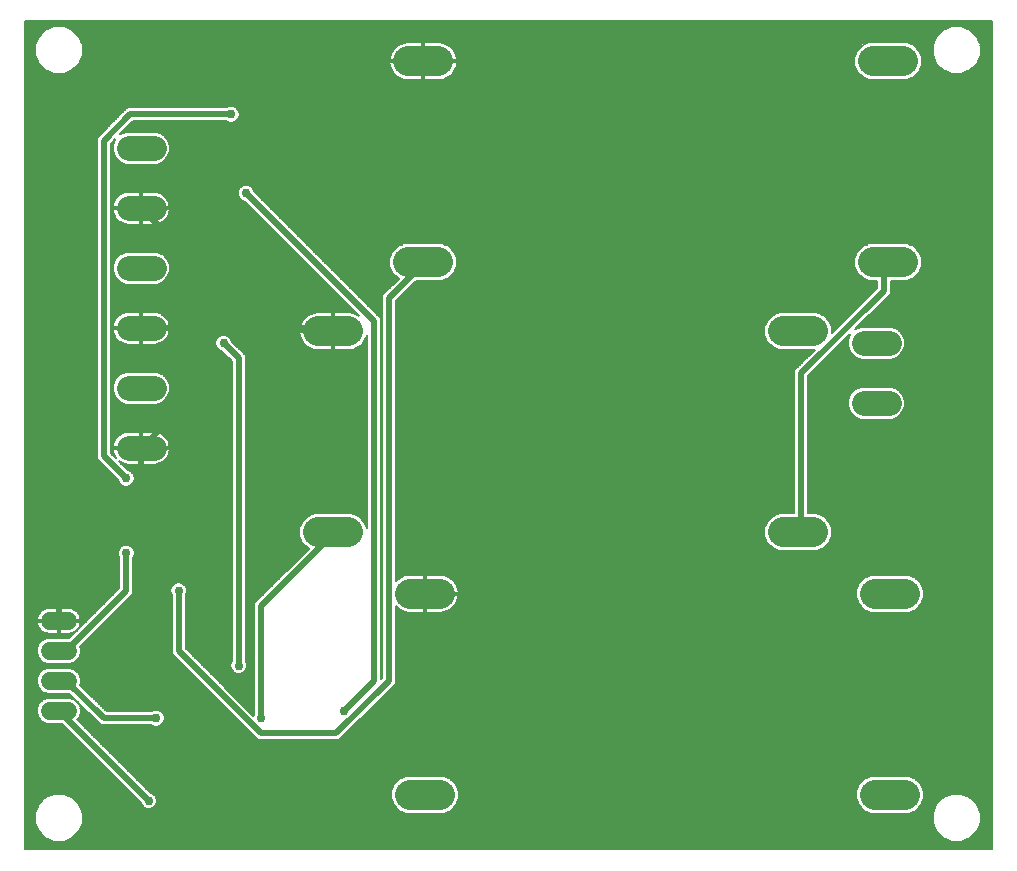
<source format=gbl>
G75*
%MOIN*%
%OFA0B0*%
%FSLAX25Y25*%
%IPPOS*%
%LPD*%
%AMOC8*
5,1,8,0,0,1.08239X$1,22.5*
%
%ADD10C,0.10000*%
%ADD11C,0.08250*%
%ADD12C,0.06000*%
%ADD13C,0.02000*%
%ADD14C,0.00600*%
%ADD15C,0.02978*%
D10*
X0244000Y0302000D02*
X0254000Y0302000D01*
X0274531Y0281500D02*
X0284531Y0281500D01*
X0284531Y0214500D02*
X0274531Y0214500D01*
X0254000Y0369000D02*
X0244000Y0369000D01*
X0274000Y0392000D02*
X0284000Y0392000D01*
X0284000Y0459000D02*
X0274000Y0459000D01*
X0399000Y0369000D02*
X0409000Y0369000D01*
X0429000Y0392000D02*
X0439000Y0392000D01*
X0439000Y0459000D02*
X0429000Y0459000D01*
X0409000Y0302000D02*
X0399000Y0302000D01*
X0429531Y0281500D02*
X0439531Y0281500D01*
X0439531Y0214500D02*
X0429531Y0214500D01*
D11*
X0425875Y0345000D02*
X0434125Y0345000D01*
X0434125Y0365000D02*
X0425875Y0365000D01*
X0189125Y0370000D02*
X0180875Y0370000D01*
X0180875Y0350000D02*
X0189125Y0350000D01*
X0189125Y0330000D02*
X0180875Y0330000D01*
X0180875Y0390000D02*
X0189125Y0390000D01*
X0189125Y0410000D02*
X0180875Y0410000D01*
X0180875Y0430000D02*
X0189125Y0430000D01*
D12*
X0160500Y0272500D02*
X0154500Y0272500D01*
X0154500Y0262500D02*
X0160500Y0262500D01*
X0160500Y0252500D02*
X0154500Y0252500D01*
X0154500Y0242500D02*
X0160500Y0242500D01*
D13*
X0157500Y0242500D02*
X0187500Y0212500D01*
X0190000Y0240000D02*
X0172500Y0240000D01*
X0160000Y0252500D01*
X0157500Y0252500D01*
X0157500Y0262500D02*
X0160000Y0262500D01*
X0180000Y0282500D01*
X0180000Y0295000D01*
X0197500Y0282500D02*
X0197500Y0262500D01*
X0225000Y0235000D01*
X0250000Y0235000D01*
X0267500Y0252500D01*
X0267500Y0380000D01*
X0277500Y0390000D01*
X0279000Y0392000D01*
X0262500Y0372500D02*
X0262500Y0252500D01*
X0252500Y0242500D01*
X0225000Y0240000D02*
X0225000Y0277500D01*
X0247500Y0300000D01*
X0249000Y0302000D01*
X0217500Y0257500D02*
X0217500Y0360000D01*
X0212500Y0365000D01*
X0225000Y0370000D02*
X0197500Y0370000D01*
X0197500Y0342500D01*
X0185000Y0330000D01*
X0185000Y0320000D01*
X0157500Y0292500D01*
X0157500Y0272500D01*
X0180000Y0320000D02*
X0172500Y0327500D01*
X0172500Y0432500D01*
X0181319Y0441319D01*
X0215000Y0441319D01*
X0220000Y0415000D02*
X0262500Y0372500D01*
X0249000Y0369000D02*
X0247500Y0370000D01*
X0225000Y0370000D01*
X0185000Y0410000D01*
X0185000Y0370000D02*
X0197500Y0370000D01*
X0405000Y0355000D02*
X0405000Y0302500D01*
X0404000Y0302000D01*
X0405000Y0355000D02*
X0432500Y0382500D01*
X0432500Y0390000D01*
X0434000Y0392000D01*
D14*
X0146300Y0472401D02*
X0146300Y0196300D01*
X0468621Y0196300D01*
X0468621Y0472401D01*
X0146300Y0472401D01*
X0146300Y0472111D02*
X0468621Y0472111D01*
X0468621Y0471512D02*
X0146300Y0471512D01*
X0146300Y0470914D02*
X0468621Y0470914D01*
X0468621Y0470315D02*
X0459313Y0470315D01*
X0458362Y0470709D02*
X0455182Y0470709D01*
X0452244Y0469493D01*
X0449996Y0467244D01*
X0448779Y0464306D01*
X0448779Y0461127D01*
X0449996Y0458189D01*
X0452244Y0455940D01*
X0455182Y0454724D01*
X0458362Y0454724D01*
X0461299Y0455940D01*
X0463548Y0458189D01*
X0464765Y0461127D01*
X0464765Y0464306D01*
X0463548Y0467244D01*
X0461299Y0469493D01*
X0458362Y0470709D01*
X0460758Y0469717D02*
X0468621Y0469717D01*
X0468621Y0469118D02*
X0461674Y0469118D01*
X0462272Y0468520D02*
X0468621Y0468520D01*
X0468621Y0467921D02*
X0462871Y0467921D01*
X0463469Y0467323D02*
X0468621Y0467323D01*
X0468621Y0466724D02*
X0463763Y0466724D01*
X0464011Y0466126D02*
X0468621Y0466126D01*
X0468621Y0465527D02*
X0464259Y0465527D01*
X0464507Y0464929D02*
X0468621Y0464929D01*
X0468621Y0464330D02*
X0464755Y0464330D01*
X0464765Y0463732D02*
X0468621Y0463732D01*
X0468621Y0463133D02*
X0464765Y0463133D01*
X0464765Y0462535D02*
X0468621Y0462535D01*
X0468621Y0461936D02*
X0464765Y0461936D01*
X0464765Y0461338D02*
X0468621Y0461338D01*
X0468621Y0460739D02*
X0464604Y0460739D01*
X0464356Y0460141D02*
X0468621Y0460141D01*
X0468621Y0459542D02*
X0464108Y0459542D01*
X0463860Y0458943D02*
X0468621Y0458943D01*
X0468621Y0458345D02*
X0463612Y0458345D01*
X0463105Y0457746D02*
X0468621Y0457746D01*
X0468621Y0457148D02*
X0462507Y0457148D01*
X0461908Y0456549D02*
X0468621Y0456549D01*
X0468621Y0455951D02*
X0461310Y0455951D01*
X0459880Y0455352D02*
X0468621Y0455352D01*
X0468621Y0454754D02*
X0458435Y0454754D01*
X0455109Y0454754D02*
X0443663Y0454754D01*
X0443065Y0454155D02*
X0468621Y0454155D01*
X0468621Y0453557D02*
X0442322Y0453557D01*
X0442569Y0453659D02*
X0444341Y0455431D01*
X0445300Y0457747D01*
X0445300Y0460253D01*
X0444341Y0462569D01*
X0442569Y0464341D01*
X0440253Y0465300D01*
X0427747Y0465300D01*
X0425431Y0464341D01*
X0423659Y0462569D01*
X0422700Y0460253D01*
X0422700Y0457747D01*
X0423659Y0455431D01*
X0425431Y0453659D01*
X0427747Y0452700D01*
X0440253Y0452700D01*
X0442569Y0453659D01*
X0440877Y0452958D02*
X0468621Y0452958D01*
X0468621Y0452360D02*
X0146300Y0452360D01*
X0146300Y0452958D02*
X0272207Y0452958D01*
X0272525Y0452855D02*
X0273504Y0452700D01*
X0278700Y0452700D01*
X0278700Y0458700D01*
X0279300Y0458700D01*
X0279300Y0459300D01*
X0278700Y0459300D01*
X0278700Y0465300D01*
X0273504Y0465300D01*
X0272525Y0465145D01*
X0271582Y0464838D01*
X0270698Y0464388D01*
X0269896Y0463805D01*
X0269195Y0463104D01*
X0268612Y0462302D01*
X0268162Y0461418D01*
X0267855Y0460475D01*
X0267700Y0459496D01*
X0267700Y0459300D01*
X0278700Y0459300D01*
X0278700Y0458700D01*
X0267700Y0458700D01*
X0267700Y0458504D01*
X0267855Y0457525D01*
X0268162Y0456582D01*
X0268612Y0455698D01*
X0269195Y0454896D01*
X0269896Y0454195D01*
X0270698Y0453612D01*
X0271582Y0453162D01*
X0272525Y0452855D01*
X0270806Y0453557D02*
X0146300Y0453557D01*
X0146300Y0454155D02*
X0269950Y0454155D01*
X0269337Y0454754D02*
X0159222Y0454754D01*
X0159149Y0454724D02*
X0162087Y0455940D01*
X0164335Y0458189D01*
X0165552Y0461127D01*
X0165552Y0464306D01*
X0164335Y0467244D01*
X0162087Y0469493D01*
X0159149Y0470709D01*
X0155969Y0470709D01*
X0153031Y0469493D01*
X0150783Y0467244D01*
X0149566Y0464306D01*
X0149566Y0461127D01*
X0150783Y0458189D01*
X0153031Y0455940D01*
X0155969Y0454724D01*
X0159149Y0454724D01*
X0160667Y0455352D02*
X0268863Y0455352D01*
X0268483Y0455951D02*
X0162097Y0455951D01*
X0162696Y0456549D02*
X0268178Y0456549D01*
X0267978Y0457148D02*
X0163294Y0457148D01*
X0163893Y0457746D02*
X0267820Y0457746D01*
X0267725Y0458345D02*
X0164400Y0458345D01*
X0164648Y0458943D02*
X0278700Y0458943D01*
X0278700Y0458345D02*
X0279300Y0458345D01*
X0279300Y0458700D02*
X0279300Y0452700D01*
X0284496Y0452700D01*
X0285475Y0452855D01*
X0286418Y0453162D01*
X0287302Y0453612D01*
X0288104Y0454195D01*
X0288805Y0454896D01*
X0289388Y0455698D01*
X0289838Y0456582D01*
X0290145Y0457525D01*
X0290300Y0458504D01*
X0290300Y0458700D01*
X0279300Y0458700D01*
X0279300Y0458943D02*
X0422700Y0458943D01*
X0422700Y0458345D02*
X0290275Y0458345D01*
X0290180Y0457746D02*
X0422700Y0457746D01*
X0422948Y0457148D02*
X0290022Y0457148D01*
X0289822Y0456549D02*
X0423196Y0456549D01*
X0423444Y0455951D02*
X0289517Y0455951D01*
X0289137Y0455352D02*
X0423738Y0455352D01*
X0424337Y0454754D02*
X0288663Y0454754D01*
X0288050Y0454155D02*
X0424935Y0454155D01*
X0425678Y0453557D02*
X0287194Y0453557D01*
X0285793Y0452958D02*
X0427123Y0452958D01*
X0422700Y0459542D02*
X0290293Y0459542D01*
X0290300Y0459496D02*
X0290145Y0460475D01*
X0289838Y0461418D01*
X0289388Y0462302D01*
X0288805Y0463104D01*
X0288104Y0463805D01*
X0287302Y0464388D01*
X0286418Y0464838D01*
X0285475Y0465145D01*
X0284496Y0465300D01*
X0279300Y0465300D01*
X0279300Y0459300D01*
X0290300Y0459300D01*
X0290300Y0459496D01*
X0290198Y0460141D02*
X0422700Y0460141D01*
X0422901Y0460739D02*
X0290059Y0460739D01*
X0289865Y0461338D02*
X0423149Y0461338D01*
X0423397Y0461936D02*
X0289575Y0461936D01*
X0289219Y0462535D02*
X0423645Y0462535D01*
X0424224Y0463133D02*
X0288776Y0463133D01*
X0288178Y0463732D02*
X0424822Y0463732D01*
X0425421Y0464330D02*
X0287382Y0464330D01*
X0286141Y0464929D02*
X0426850Y0464929D01*
X0441150Y0464929D02*
X0449036Y0464929D01*
X0449284Y0465527D02*
X0165046Y0465527D01*
X0164798Y0466126D02*
X0449532Y0466126D01*
X0449780Y0466724D02*
X0164551Y0466724D01*
X0164257Y0467323D02*
X0450074Y0467323D01*
X0450673Y0467921D02*
X0163658Y0467921D01*
X0163060Y0468520D02*
X0451271Y0468520D01*
X0451870Y0469118D02*
X0162461Y0469118D01*
X0161546Y0469717D02*
X0452785Y0469717D01*
X0454230Y0470315D02*
X0160101Y0470315D01*
X0155017Y0470315D02*
X0146300Y0470315D01*
X0146300Y0469717D02*
X0153572Y0469717D01*
X0152657Y0469118D02*
X0146300Y0469118D01*
X0146300Y0468520D02*
X0152059Y0468520D01*
X0151460Y0467921D02*
X0146300Y0467921D01*
X0146300Y0467323D02*
X0150861Y0467323D01*
X0150568Y0466724D02*
X0146300Y0466724D01*
X0146300Y0466126D02*
X0150320Y0466126D01*
X0150072Y0465527D02*
X0146300Y0465527D01*
X0146300Y0464929D02*
X0149824Y0464929D01*
X0149576Y0464330D02*
X0146300Y0464330D01*
X0146300Y0463732D02*
X0149566Y0463732D01*
X0149566Y0463133D02*
X0146300Y0463133D01*
X0146300Y0462535D02*
X0149566Y0462535D01*
X0149566Y0461936D02*
X0146300Y0461936D01*
X0146300Y0461338D02*
X0149566Y0461338D01*
X0149727Y0460739D02*
X0146300Y0460739D01*
X0146300Y0460141D02*
X0149975Y0460141D01*
X0150223Y0459542D02*
X0146300Y0459542D01*
X0146300Y0458943D02*
X0150470Y0458943D01*
X0150718Y0458345D02*
X0146300Y0458345D01*
X0146300Y0457746D02*
X0151225Y0457746D01*
X0151824Y0457148D02*
X0146300Y0457148D01*
X0146300Y0456549D02*
X0152422Y0456549D01*
X0153021Y0455951D02*
X0146300Y0455951D01*
X0146300Y0455352D02*
X0154451Y0455352D01*
X0155896Y0454754D02*
X0146300Y0454754D01*
X0146300Y0451761D02*
X0468621Y0451761D01*
X0468621Y0451163D02*
X0146300Y0451163D01*
X0146300Y0450564D02*
X0468621Y0450564D01*
X0468621Y0449966D02*
X0146300Y0449966D01*
X0146300Y0449367D02*
X0468621Y0449367D01*
X0468621Y0448769D02*
X0146300Y0448769D01*
X0146300Y0448170D02*
X0468621Y0448170D01*
X0468621Y0447572D02*
X0146300Y0447572D01*
X0146300Y0446973D02*
X0468621Y0446973D01*
X0468621Y0446375D02*
X0146300Y0446375D01*
X0146300Y0445776D02*
X0468621Y0445776D01*
X0468621Y0445178D02*
X0146300Y0445178D01*
X0146300Y0444579D02*
X0468621Y0444579D01*
X0468621Y0443981D02*
X0215862Y0443981D01*
X0215555Y0444108D02*
X0214445Y0444108D01*
X0213420Y0443683D01*
X0213356Y0443619D01*
X0180366Y0443619D01*
X0179019Y0442272D01*
X0170200Y0433453D01*
X0170200Y0326547D01*
X0171547Y0325200D01*
X0177211Y0319536D01*
X0177211Y0319445D01*
X0177636Y0318420D01*
X0178420Y0317636D01*
X0179445Y0317211D01*
X0180555Y0317211D01*
X0181580Y0317636D01*
X0182364Y0318420D01*
X0182789Y0319445D01*
X0182789Y0320555D01*
X0182364Y0321580D01*
X0181580Y0322364D01*
X0180555Y0322789D01*
X0180464Y0322789D01*
X0177523Y0325730D01*
X0178032Y0325360D01*
X0178793Y0324972D01*
X0179605Y0324709D01*
X0180448Y0324575D01*
X0184700Y0324575D01*
X0184700Y0329700D01*
X0175450Y0329700D01*
X0175450Y0329573D01*
X0175584Y0328730D01*
X0175847Y0327918D01*
X0176235Y0327157D01*
X0176605Y0326648D01*
X0174800Y0328453D01*
X0174800Y0431547D01*
X0176241Y0432988D01*
X0175450Y0431079D01*
X0175450Y0428921D01*
X0176276Y0426927D01*
X0177802Y0425401D01*
X0179796Y0424575D01*
X0190204Y0424575D01*
X0192198Y0425401D01*
X0193724Y0426927D01*
X0194550Y0428921D01*
X0194550Y0431079D01*
X0193724Y0433073D01*
X0192198Y0434599D01*
X0190204Y0435425D01*
X0179796Y0435425D01*
X0177887Y0434634D01*
X0182272Y0439019D01*
X0213356Y0439019D01*
X0213420Y0438955D01*
X0214445Y0438530D01*
X0215555Y0438530D01*
X0216580Y0438955D01*
X0217364Y0439739D01*
X0217789Y0440764D01*
X0217789Y0441874D01*
X0217364Y0442899D01*
X0216580Y0443683D01*
X0215555Y0444108D01*
X0214138Y0443981D02*
X0146300Y0443981D01*
X0146300Y0443382D02*
X0180130Y0443382D01*
X0179531Y0442784D02*
X0146300Y0442784D01*
X0146300Y0442185D02*
X0178932Y0442185D01*
X0178334Y0441587D02*
X0146300Y0441587D01*
X0146300Y0440988D02*
X0177735Y0440988D01*
X0177137Y0440390D02*
X0146300Y0440390D01*
X0146300Y0439791D02*
X0176538Y0439791D01*
X0175940Y0439193D02*
X0146300Y0439193D01*
X0146300Y0438594D02*
X0175341Y0438594D01*
X0174743Y0437996D02*
X0146300Y0437996D01*
X0146300Y0437397D02*
X0174144Y0437397D01*
X0173546Y0436799D02*
X0146300Y0436799D01*
X0146300Y0436200D02*
X0172947Y0436200D01*
X0172349Y0435602D02*
X0146300Y0435602D01*
X0146300Y0435003D02*
X0171750Y0435003D01*
X0171152Y0434405D02*
X0146300Y0434405D01*
X0146300Y0433806D02*
X0170553Y0433806D01*
X0170200Y0433208D02*
X0146300Y0433208D01*
X0146300Y0432609D02*
X0170200Y0432609D01*
X0170200Y0432010D02*
X0146300Y0432010D01*
X0146300Y0431412D02*
X0170200Y0431412D01*
X0170200Y0430813D02*
X0146300Y0430813D01*
X0146300Y0430215D02*
X0170200Y0430215D01*
X0170200Y0429616D02*
X0146300Y0429616D01*
X0146300Y0429018D02*
X0170200Y0429018D01*
X0170200Y0428419D02*
X0146300Y0428419D01*
X0146300Y0427821D02*
X0170200Y0427821D01*
X0170200Y0427222D02*
X0146300Y0427222D01*
X0146300Y0426624D02*
X0170200Y0426624D01*
X0170200Y0426025D02*
X0146300Y0426025D01*
X0146300Y0425427D02*
X0170200Y0425427D01*
X0170200Y0424828D02*
X0146300Y0424828D01*
X0146300Y0424230D02*
X0170200Y0424230D01*
X0170200Y0423631D02*
X0146300Y0423631D01*
X0146300Y0423033D02*
X0170200Y0423033D01*
X0170200Y0422434D02*
X0146300Y0422434D01*
X0146300Y0421836D02*
X0170200Y0421836D01*
X0170200Y0421237D02*
X0146300Y0421237D01*
X0146300Y0420639D02*
X0170200Y0420639D01*
X0170200Y0420040D02*
X0146300Y0420040D01*
X0146300Y0419442D02*
X0170200Y0419442D01*
X0170200Y0418843D02*
X0146300Y0418843D01*
X0146300Y0418245D02*
X0170200Y0418245D01*
X0170200Y0417646D02*
X0146300Y0417646D01*
X0146300Y0417048D02*
X0170200Y0417048D01*
X0170200Y0416449D02*
X0146300Y0416449D01*
X0146300Y0415851D02*
X0170200Y0415851D01*
X0170200Y0415252D02*
X0146300Y0415252D01*
X0146300Y0414654D02*
X0170200Y0414654D01*
X0170200Y0414055D02*
X0146300Y0414055D01*
X0146300Y0413457D02*
X0170200Y0413457D01*
X0170200Y0412858D02*
X0146300Y0412858D01*
X0146300Y0412260D02*
X0170200Y0412260D01*
X0170200Y0411661D02*
X0146300Y0411661D01*
X0146300Y0411063D02*
X0170200Y0411063D01*
X0170200Y0410464D02*
X0146300Y0410464D01*
X0146300Y0409866D02*
X0170200Y0409866D01*
X0170200Y0409267D02*
X0146300Y0409267D01*
X0146300Y0408669D02*
X0170200Y0408669D01*
X0170200Y0408070D02*
X0146300Y0408070D01*
X0146300Y0407472D02*
X0170200Y0407472D01*
X0170200Y0406873D02*
X0146300Y0406873D01*
X0146300Y0406274D02*
X0170200Y0406274D01*
X0170200Y0405676D02*
X0146300Y0405676D01*
X0146300Y0405077D02*
X0170200Y0405077D01*
X0170200Y0404479D02*
X0146300Y0404479D01*
X0146300Y0403880D02*
X0170200Y0403880D01*
X0170200Y0403282D02*
X0146300Y0403282D01*
X0146300Y0402683D02*
X0170200Y0402683D01*
X0170200Y0402085D02*
X0146300Y0402085D01*
X0146300Y0401486D02*
X0170200Y0401486D01*
X0170200Y0400888D02*
X0146300Y0400888D01*
X0146300Y0400289D02*
X0170200Y0400289D01*
X0170200Y0399691D02*
X0146300Y0399691D01*
X0146300Y0399092D02*
X0170200Y0399092D01*
X0170200Y0398494D02*
X0146300Y0398494D01*
X0146300Y0397895D02*
X0170200Y0397895D01*
X0170200Y0397297D02*
X0146300Y0397297D01*
X0146300Y0396698D02*
X0170200Y0396698D01*
X0170200Y0396100D02*
X0146300Y0396100D01*
X0146300Y0395501D02*
X0170200Y0395501D01*
X0170200Y0394903D02*
X0146300Y0394903D01*
X0146300Y0394304D02*
X0170200Y0394304D01*
X0170200Y0393706D02*
X0146300Y0393706D01*
X0146300Y0393107D02*
X0170200Y0393107D01*
X0170200Y0392509D02*
X0146300Y0392509D01*
X0146300Y0391910D02*
X0170200Y0391910D01*
X0170200Y0391312D02*
X0146300Y0391312D01*
X0146300Y0390713D02*
X0170200Y0390713D01*
X0170200Y0390115D02*
X0146300Y0390115D01*
X0146300Y0389516D02*
X0170200Y0389516D01*
X0170200Y0388918D02*
X0146300Y0388918D01*
X0146300Y0388319D02*
X0170200Y0388319D01*
X0170200Y0387721D02*
X0146300Y0387721D01*
X0146300Y0387122D02*
X0170200Y0387122D01*
X0170200Y0386524D02*
X0146300Y0386524D01*
X0146300Y0385925D02*
X0170200Y0385925D01*
X0170200Y0385327D02*
X0146300Y0385327D01*
X0146300Y0384728D02*
X0170200Y0384728D01*
X0170200Y0384130D02*
X0146300Y0384130D01*
X0146300Y0383531D02*
X0170200Y0383531D01*
X0170200Y0382933D02*
X0146300Y0382933D01*
X0146300Y0382334D02*
X0170200Y0382334D01*
X0170200Y0381736D02*
X0146300Y0381736D01*
X0146300Y0381137D02*
X0170200Y0381137D01*
X0170200Y0380539D02*
X0146300Y0380539D01*
X0146300Y0379940D02*
X0170200Y0379940D01*
X0170200Y0379341D02*
X0146300Y0379341D01*
X0146300Y0378743D02*
X0170200Y0378743D01*
X0170200Y0378144D02*
X0146300Y0378144D01*
X0146300Y0377546D02*
X0170200Y0377546D01*
X0170200Y0376947D02*
X0146300Y0376947D01*
X0146300Y0376349D02*
X0170200Y0376349D01*
X0170200Y0375750D02*
X0146300Y0375750D01*
X0146300Y0375152D02*
X0170200Y0375152D01*
X0170200Y0374553D02*
X0146300Y0374553D01*
X0146300Y0373955D02*
X0170200Y0373955D01*
X0170200Y0373356D02*
X0146300Y0373356D01*
X0146300Y0372758D02*
X0170200Y0372758D01*
X0170200Y0372159D02*
X0146300Y0372159D01*
X0146300Y0371561D02*
X0170200Y0371561D01*
X0170200Y0370962D02*
X0146300Y0370962D01*
X0146300Y0370364D02*
X0170200Y0370364D01*
X0170200Y0369765D02*
X0146300Y0369765D01*
X0146300Y0369167D02*
X0170200Y0369167D01*
X0170200Y0368568D02*
X0146300Y0368568D01*
X0146300Y0367970D02*
X0170200Y0367970D01*
X0170200Y0367371D02*
X0146300Y0367371D01*
X0146300Y0366773D02*
X0170200Y0366773D01*
X0170200Y0366174D02*
X0146300Y0366174D01*
X0146300Y0365576D02*
X0170200Y0365576D01*
X0170200Y0364977D02*
X0146300Y0364977D01*
X0146300Y0364379D02*
X0170200Y0364379D01*
X0170200Y0363780D02*
X0146300Y0363780D01*
X0146300Y0363182D02*
X0170200Y0363182D01*
X0170200Y0362583D02*
X0146300Y0362583D01*
X0146300Y0361985D02*
X0170200Y0361985D01*
X0170200Y0361386D02*
X0146300Y0361386D01*
X0146300Y0360788D02*
X0170200Y0360788D01*
X0170200Y0360189D02*
X0146300Y0360189D01*
X0146300Y0359591D02*
X0170200Y0359591D01*
X0170200Y0358992D02*
X0146300Y0358992D01*
X0146300Y0358394D02*
X0170200Y0358394D01*
X0170200Y0357795D02*
X0146300Y0357795D01*
X0146300Y0357197D02*
X0170200Y0357197D01*
X0170200Y0356598D02*
X0146300Y0356598D01*
X0146300Y0356000D02*
X0170200Y0356000D01*
X0170200Y0355401D02*
X0146300Y0355401D01*
X0146300Y0354803D02*
X0170200Y0354803D01*
X0170200Y0354204D02*
X0146300Y0354204D01*
X0146300Y0353605D02*
X0170200Y0353605D01*
X0170200Y0353007D02*
X0146300Y0353007D01*
X0146300Y0352408D02*
X0170200Y0352408D01*
X0170200Y0351810D02*
X0146300Y0351810D01*
X0146300Y0351211D02*
X0170200Y0351211D01*
X0170200Y0350613D02*
X0146300Y0350613D01*
X0146300Y0350014D02*
X0170200Y0350014D01*
X0170200Y0349416D02*
X0146300Y0349416D01*
X0146300Y0348817D02*
X0170200Y0348817D01*
X0170200Y0348219D02*
X0146300Y0348219D01*
X0146300Y0347620D02*
X0170200Y0347620D01*
X0170200Y0347022D02*
X0146300Y0347022D01*
X0146300Y0346423D02*
X0170200Y0346423D01*
X0170200Y0345825D02*
X0146300Y0345825D01*
X0146300Y0345226D02*
X0170200Y0345226D01*
X0170200Y0344628D02*
X0146300Y0344628D01*
X0146300Y0344029D02*
X0170200Y0344029D01*
X0170200Y0343431D02*
X0146300Y0343431D01*
X0146300Y0342832D02*
X0170200Y0342832D01*
X0170200Y0342234D02*
X0146300Y0342234D01*
X0146300Y0341635D02*
X0170200Y0341635D01*
X0170200Y0341037D02*
X0146300Y0341037D01*
X0146300Y0340438D02*
X0170200Y0340438D01*
X0170200Y0339840D02*
X0146300Y0339840D01*
X0146300Y0339241D02*
X0170200Y0339241D01*
X0170200Y0338643D02*
X0146300Y0338643D01*
X0146300Y0338044D02*
X0170200Y0338044D01*
X0170200Y0337446D02*
X0146300Y0337446D01*
X0146300Y0336847D02*
X0170200Y0336847D01*
X0170200Y0336249D02*
X0146300Y0336249D01*
X0146300Y0335650D02*
X0170200Y0335650D01*
X0170200Y0335052D02*
X0146300Y0335052D01*
X0146300Y0334453D02*
X0170200Y0334453D01*
X0170200Y0333855D02*
X0146300Y0333855D01*
X0146300Y0333256D02*
X0170200Y0333256D01*
X0170200Y0332658D02*
X0146300Y0332658D01*
X0146300Y0332059D02*
X0170200Y0332059D01*
X0170200Y0331461D02*
X0146300Y0331461D01*
X0146300Y0330862D02*
X0170200Y0330862D01*
X0170200Y0330264D02*
X0146300Y0330264D01*
X0146300Y0329665D02*
X0170200Y0329665D01*
X0170200Y0329067D02*
X0146300Y0329067D01*
X0146300Y0328468D02*
X0170200Y0328468D01*
X0170200Y0327870D02*
X0146300Y0327870D01*
X0146300Y0327271D02*
X0170200Y0327271D01*
X0170200Y0326672D02*
X0146300Y0326672D01*
X0146300Y0326074D02*
X0170673Y0326074D01*
X0171272Y0325475D02*
X0146300Y0325475D01*
X0146300Y0324877D02*
X0171870Y0324877D01*
X0172469Y0324278D02*
X0146300Y0324278D01*
X0146300Y0323680D02*
X0173067Y0323680D01*
X0173666Y0323081D02*
X0146300Y0323081D01*
X0146300Y0322483D02*
X0174264Y0322483D01*
X0174863Y0321884D02*
X0146300Y0321884D01*
X0146300Y0321286D02*
X0175461Y0321286D01*
X0176060Y0320687D02*
X0146300Y0320687D01*
X0146300Y0320089D02*
X0176658Y0320089D01*
X0177211Y0319490D02*
X0146300Y0319490D01*
X0146300Y0318892D02*
X0177440Y0318892D01*
X0177762Y0318293D02*
X0146300Y0318293D01*
X0146300Y0317695D02*
X0178361Y0317695D01*
X0181639Y0317695D02*
X0215200Y0317695D01*
X0215200Y0318293D02*
X0182238Y0318293D01*
X0182560Y0318892D02*
X0215200Y0318892D01*
X0215200Y0319490D02*
X0182789Y0319490D01*
X0182789Y0320089D02*
X0215200Y0320089D01*
X0215200Y0320687D02*
X0182734Y0320687D01*
X0182486Y0321286D02*
X0215200Y0321286D01*
X0215200Y0321884D02*
X0182060Y0321884D01*
X0181294Y0322483D02*
X0215200Y0322483D01*
X0215200Y0323081D02*
X0180171Y0323081D01*
X0179573Y0323680D02*
X0215200Y0323680D01*
X0215200Y0324278D02*
X0178974Y0324278D01*
X0179086Y0324877D02*
X0178376Y0324877D01*
X0177873Y0325475D02*
X0177777Y0325475D01*
X0176587Y0326672D02*
X0176580Y0326672D01*
X0176177Y0327271D02*
X0175982Y0327271D01*
X0175872Y0327870D02*
X0175383Y0327870D01*
X0175669Y0328468D02*
X0174800Y0328468D01*
X0174800Y0329067D02*
X0175530Y0329067D01*
X0175450Y0329665D02*
X0174800Y0329665D01*
X0174800Y0330264D02*
X0184700Y0330264D01*
X0184700Y0330300D02*
X0184700Y0329700D01*
X0185300Y0329700D01*
X0185300Y0330300D01*
X0184700Y0330300D01*
X0184700Y0335425D01*
X0180448Y0335425D01*
X0179605Y0335291D01*
X0178793Y0335028D01*
X0178032Y0334640D01*
X0177341Y0334138D01*
X0176737Y0333534D01*
X0176235Y0332843D01*
X0175847Y0332082D01*
X0175584Y0331270D01*
X0175450Y0330427D01*
X0175450Y0330300D01*
X0184700Y0330300D01*
X0184700Y0330862D02*
X0185300Y0330862D01*
X0185300Y0330300D02*
X0185300Y0335425D01*
X0189552Y0335425D01*
X0190395Y0335291D01*
X0191207Y0335028D01*
X0191968Y0334640D01*
X0192659Y0334138D01*
X0193263Y0333534D01*
X0193765Y0332843D01*
X0194153Y0332082D01*
X0194416Y0331270D01*
X0194550Y0330427D01*
X0194550Y0330300D01*
X0185300Y0330300D01*
X0185300Y0330264D02*
X0215200Y0330264D01*
X0215200Y0330862D02*
X0194481Y0330862D01*
X0194355Y0331461D02*
X0215200Y0331461D01*
X0215200Y0332059D02*
X0194160Y0332059D01*
X0193859Y0332658D02*
X0215200Y0332658D01*
X0215200Y0333256D02*
X0193465Y0333256D01*
X0192942Y0333855D02*
X0215200Y0333855D01*
X0215200Y0334453D02*
X0192225Y0334453D01*
X0191133Y0335052D02*
X0215200Y0335052D01*
X0215200Y0335650D02*
X0174800Y0335650D01*
X0174800Y0335052D02*
X0178867Y0335052D01*
X0177775Y0334453D02*
X0174800Y0334453D01*
X0174800Y0333855D02*
X0177058Y0333855D01*
X0176535Y0333256D02*
X0174800Y0333256D01*
X0174800Y0332658D02*
X0176141Y0332658D01*
X0175840Y0332059D02*
X0174800Y0332059D01*
X0174800Y0331461D02*
X0175645Y0331461D01*
X0175519Y0330862D02*
X0174800Y0330862D01*
X0174800Y0336249D02*
X0215200Y0336249D01*
X0215200Y0336847D02*
X0174800Y0336847D01*
X0174800Y0337446D02*
X0215200Y0337446D01*
X0215200Y0338044D02*
X0174800Y0338044D01*
X0174800Y0338643D02*
X0215200Y0338643D01*
X0215200Y0339241D02*
X0174800Y0339241D01*
X0174800Y0339840D02*
X0215200Y0339840D01*
X0215200Y0340438D02*
X0174800Y0340438D01*
X0174800Y0341037D02*
X0215200Y0341037D01*
X0215200Y0341635D02*
X0174800Y0341635D01*
X0174800Y0342234D02*
X0215200Y0342234D01*
X0215200Y0342832D02*
X0174800Y0342832D01*
X0174800Y0343431D02*
X0215200Y0343431D01*
X0215200Y0344029D02*
X0174800Y0344029D01*
X0174800Y0344628D02*
X0179668Y0344628D01*
X0179796Y0344575D02*
X0190204Y0344575D01*
X0192198Y0345401D01*
X0193724Y0346927D01*
X0194550Y0348921D01*
X0194550Y0351079D01*
X0193724Y0353073D01*
X0192198Y0354599D01*
X0190204Y0355425D01*
X0179796Y0355425D01*
X0177802Y0354599D01*
X0176276Y0353073D01*
X0175450Y0351079D01*
X0175450Y0348921D01*
X0176276Y0346927D01*
X0177802Y0345401D01*
X0179796Y0344575D01*
X0178223Y0345226D02*
X0174800Y0345226D01*
X0174800Y0345825D02*
X0177378Y0345825D01*
X0176780Y0346423D02*
X0174800Y0346423D01*
X0174800Y0347022D02*
X0176237Y0347022D01*
X0175989Y0347620D02*
X0174800Y0347620D01*
X0174800Y0348219D02*
X0175741Y0348219D01*
X0175493Y0348817D02*
X0174800Y0348817D01*
X0174800Y0349416D02*
X0175450Y0349416D01*
X0175450Y0350014D02*
X0174800Y0350014D01*
X0174800Y0350613D02*
X0175450Y0350613D01*
X0175505Y0351211D02*
X0174800Y0351211D01*
X0174800Y0351810D02*
X0175753Y0351810D01*
X0176001Y0352408D02*
X0174800Y0352408D01*
X0174800Y0353007D02*
X0176249Y0353007D01*
X0176808Y0353605D02*
X0174800Y0353605D01*
X0174800Y0354204D02*
X0177407Y0354204D01*
X0178293Y0354803D02*
X0174800Y0354803D01*
X0174800Y0355401D02*
X0179738Y0355401D01*
X0174800Y0356000D02*
X0215200Y0356000D01*
X0215200Y0356598D02*
X0174800Y0356598D01*
X0174800Y0357197D02*
X0215200Y0357197D01*
X0215200Y0357795D02*
X0174800Y0357795D01*
X0174800Y0358394D02*
X0215200Y0358394D01*
X0215200Y0358992D02*
X0174800Y0358992D01*
X0174800Y0359591D02*
X0214657Y0359591D01*
X0215200Y0359047D02*
X0215200Y0259144D01*
X0215136Y0259080D01*
X0214711Y0258055D01*
X0214711Y0256945D01*
X0215136Y0255920D01*
X0215920Y0255136D01*
X0216945Y0254711D01*
X0218055Y0254711D01*
X0219080Y0255136D01*
X0219864Y0255920D01*
X0220289Y0256945D01*
X0220289Y0258055D01*
X0219864Y0259080D01*
X0219800Y0259144D01*
X0219800Y0359047D01*
X0219800Y0360953D01*
X0215289Y0365464D01*
X0215289Y0365555D01*
X0214864Y0366580D01*
X0214080Y0367364D01*
X0213055Y0367789D01*
X0211945Y0367789D01*
X0210920Y0367364D01*
X0210136Y0366580D01*
X0209711Y0365555D01*
X0209711Y0364445D01*
X0210136Y0363420D01*
X0210920Y0362636D01*
X0211945Y0362211D01*
X0212036Y0362211D01*
X0215200Y0359047D01*
X0214058Y0360189D02*
X0174800Y0360189D01*
X0174800Y0360788D02*
X0213460Y0360788D01*
X0212861Y0361386D02*
X0174800Y0361386D01*
X0174800Y0361985D02*
X0212263Y0361985D01*
X0211047Y0362583D02*
X0174800Y0362583D01*
X0174800Y0363182D02*
X0210374Y0363182D01*
X0209986Y0363780D02*
X0174800Y0363780D01*
X0174800Y0364379D02*
X0209739Y0364379D01*
X0209711Y0364977D02*
X0191217Y0364977D01*
X0191207Y0364972D02*
X0191968Y0365360D01*
X0192659Y0365862D01*
X0193263Y0366466D01*
X0193765Y0367157D01*
X0194153Y0367918D01*
X0194416Y0368730D01*
X0194550Y0369573D01*
X0194550Y0369700D01*
X0185300Y0369700D01*
X0185300Y0370300D01*
X0184700Y0370300D01*
X0184700Y0375425D01*
X0180448Y0375425D01*
X0179605Y0375291D01*
X0178793Y0375028D01*
X0178032Y0374640D01*
X0177341Y0374138D01*
X0176737Y0373534D01*
X0176235Y0372843D01*
X0175847Y0372082D01*
X0175584Y0371270D01*
X0175450Y0370427D01*
X0175450Y0370300D01*
X0184700Y0370300D01*
X0184700Y0369700D01*
X0185300Y0369700D01*
X0185300Y0364575D01*
X0189552Y0364575D01*
X0190395Y0364709D01*
X0191207Y0364972D01*
X0192265Y0365576D02*
X0209720Y0365576D01*
X0209968Y0366174D02*
X0192971Y0366174D01*
X0193486Y0366773D02*
X0210329Y0366773D01*
X0210937Y0367371D02*
X0193874Y0367371D01*
X0194170Y0367970D02*
X0237785Y0367970D01*
X0237855Y0367525D02*
X0238162Y0366582D01*
X0238612Y0365698D01*
X0239195Y0364896D01*
X0239896Y0364195D01*
X0240698Y0363612D01*
X0241582Y0363162D01*
X0242525Y0362855D01*
X0243504Y0362700D01*
X0248700Y0362700D01*
X0248700Y0368700D01*
X0249300Y0368700D01*
X0249300Y0362700D01*
X0254496Y0362700D01*
X0255475Y0362855D01*
X0256418Y0363162D01*
X0257302Y0363612D01*
X0258104Y0364195D01*
X0258805Y0364896D01*
X0259388Y0365698D01*
X0259838Y0366582D01*
X0260145Y0367525D01*
X0260200Y0367873D01*
X0260200Y0303495D01*
X0259341Y0305569D01*
X0257569Y0307341D01*
X0255253Y0308300D01*
X0242747Y0308300D01*
X0240431Y0307341D01*
X0238659Y0305569D01*
X0237700Y0303253D01*
X0237700Y0300747D01*
X0238659Y0298431D01*
X0240431Y0296659D01*
X0240767Y0296520D01*
X0222700Y0278453D01*
X0222700Y0241644D01*
X0222636Y0241580D01*
X0222354Y0240899D01*
X0199800Y0263453D01*
X0199800Y0280856D01*
X0199864Y0280920D01*
X0200289Y0281945D01*
X0200289Y0283055D01*
X0199864Y0284080D01*
X0199080Y0284864D01*
X0198055Y0285289D01*
X0196945Y0285289D01*
X0195920Y0284864D01*
X0195136Y0284080D01*
X0194711Y0283055D01*
X0194711Y0281945D01*
X0195136Y0280920D01*
X0195200Y0280856D01*
X0195200Y0261547D01*
X0222700Y0234047D01*
X0224047Y0232700D01*
X0250953Y0232700D01*
X0268453Y0250200D01*
X0269800Y0251547D01*
X0269800Y0277322D01*
X0270427Y0276695D01*
X0271230Y0276112D01*
X0272113Y0275662D01*
X0273056Y0275355D01*
X0274036Y0275200D01*
X0279231Y0275200D01*
X0279231Y0281200D01*
X0279831Y0281200D01*
X0279831Y0275200D01*
X0285027Y0275200D01*
X0286007Y0275355D01*
X0286950Y0275662D01*
X0287833Y0276112D01*
X0288636Y0276695D01*
X0289337Y0277396D01*
X0289920Y0278198D01*
X0290370Y0279082D01*
X0290676Y0280025D01*
X0290831Y0281004D01*
X0290831Y0281200D01*
X0279832Y0281200D01*
X0279832Y0281800D01*
X0290831Y0281800D01*
X0290831Y0281996D01*
X0290676Y0282975D01*
X0290370Y0283918D01*
X0289920Y0284802D01*
X0289337Y0285604D01*
X0288636Y0286305D01*
X0287833Y0286888D01*
X0286950Y0287338D01*
X0286007Y0287645D01*
X0285027Y0287800D01*
X0279831Y0287800D01*
X0279831Y0281800D01*
X0279231Y0281800D01*
X0279231Y0287800D01*
X0274036Y0287800D01*
X0273056Y0287645D01*
X0272113Y0287338D01*
X0271230Y0286888D01*
X0270427Y0286305D01*
X0269800Y0285678D01*
X0269800Y0379047D01*
X0276453Y0385700D01*
X0285253Y0385700D01*
X0287569Y0386659D01*
X0289341Y0388431D01*
X0290300Y0390747D01*
X0290300Y0393253D01*
X0289341Y0395569D01*
X0287569Y0397341D01*
X0285253Y0398300D01*
X0272747Y0398300D01*
X0270431Y0397341D01*
X0268659Y0395569D01*
X0267700Y0393253D01*
X0267700Y0390747D01*
X0268659Y0388431D01*
X0270431Y0386659D01*
X0270767Y0386520D01*
X0265200Y0380953D01*
X0265200Y0253453D01*
X0264800Y0253053D01*
X0264800Y0373453D01*
X0263453Y0374800D01*
X0222789Y0415464D01*
X0222789Y0415555D01*
X0222364Y0416580D01*
X0221580Y0417364D01*
X0220555Y0417789D01*
X0219445Y0417789D01*
X0218420Y0417364D01*
X0217636Y0416580D01*
X0217211Y0415555D01*
X0217211Y0414445D01*
X0217636Y0413420D01*
X0218420Y0412636D01*
X0219445Y0412211D01*
X0219536Y0412211D01*
X0257511Y0374236D01*
X0257302Y0374388D01*
X0256418Y0374838D01*
X0255475Y0375145D01*
X0254496Y0375300D01*
X0249300Y0375300D01*
X0249300Y0369300D01*
X0248700Y0369300D01*
X0248700Y0375300D01*
X0243504Y0375300D01*
X0242525Y0375145D01*
X0241582Y0374838D01*
X0240698Y0374388D01*
X0239896Y0373805D01*
X0239195Y0373104D01*
X0238612Y0372302D01*
X0238162Y0371418D01*
X0237855Y0370475D01*
X0237700Y0369496D01*
X0237700Y0369300D01*
X0248700Y0369300D01*
X0248700Y0368700D01*
X0237700Y0368700D01*
X0237700Y0368504D01*
X0237855Y0367525D01*
X0237905Y0367371D02*
X0214063Y0367371D01*
X0214671Y0366773D02*
X0238099Y0366773D01*
X0238369Y0366174D02*
X0215032Y0366174D01*
X0215280Y0365576D02*
X0238701Y0365576D01*
X0239135Y0364977D02*
X0215775Y0364977D01*
X0216374Y0364379D02*
X0239712Y0364379D01*
X0240466Y0363780D02*
X0216972Y0363780D01*
X0217571Y0363182D02*
X0241542Y0363182D01*
X0237700Y0368568D02*
X0194364Y0368568D01*
X0194486Y0369167D02*
X0248700Y0369167D01*
X0248700Y0369765D02*
X0249300Y0369765D01*
X0249300Y0370364D02*
X0248700Y0370364D01*
X0248700Y0370962D02*
X0249300Y0370962D01*
X0249300Y0371561D02*
X0248700Y0371561D01*
X0248700Y0372159D02*
X0249300Y0372159D01*
X0249300Y0372758D02*
X0248700Y0372758D01*
X0248700Y0373356D02*
X0249300Y0373356D01*
X0249300Y0373955D02*
X0248700Y0373955D01*
X0248700Y0374553D02*
X0249300Y0374553D01*
X0249300Y0375152D02*
X0248700Y0375152D01*
X0252406Y0379341D02*
X0174800Y0379341D01*
X0174800Y0378743D02*
X0253004Y0378743D01*
X0253603Y0378144D02*
X0174800Y0378144D01*
X0174800Y0377546D02*
X0254201Y0377546D01*
X0254800Y0376947D02*
X0174800Y0376947D01*
X0174800Y0376349D02*
X0255398Y0376349D01*
X0255997Y0375750D02*
X0174800Y0375750D01*
X0174800Y0375152D02*
X0179175Y0375152D01*
X0177913Y0374553D02*
X0174800Y0374553D01*
X0174800Y0373955D02*
X0177158Y0373955D01*
X0176608Y0373356D02*
X0174800Y0373356D01*
X0174800Y0372758D02*
X0176192Y0372758D01*
X0175887Y0372159D02*
X0174800Y0372159D01*
X0174800Y0371561D02*
X0175678Y0371561D01*
X0175535Y0370962D02*
X0174800Y0370962D01*
X0174800Y0370364D02*
X0175450Y0370364D01*
X0175450Y0369700D02*
X0175450Y0369573D01*
X0175584Y0368730D01*
X0175847Y0367918D01*
X0176235Y0367157D01*
X0176737Y0366466D01*
X0177341Y0365862D01*
X0178032Y0365360D01*
X0178793Y0364972D01*
X0179605Y0364709D01*
X0180448Y0364575D01*
X0184700Y0364575D01*
X0184700Y0369700D01*
X0175450Y0369700D01*
X0175514Y0369167D02*
X0174800Y0369167D01*
X0174800Y0369765D02*
X0184700Y0369765D01*
X0184700Y0369167D02*
X0185300Y0369167D01*
X0185300Y0369765D02*
X0237743Y0369765D01*
X0237837Y0370364D02*
X0194550Y0370364D01*
X0194550Y0370427D02*
X0194416Y0371270D01*
X0194153Y0372082D01*
X0193765Y0372843D01*
X0193263Y0373534D01*
X0192659Y0374138D01*
X0191968Y0374640D01*
X0191207Y0375028D01*
X0190395Y0375291D01*
X0189552Y0375425D01*
X0185300Y0375425D01*
X0185300Y0370300D01*
X0194550Y0370300D01*
X0194550Y0370427D01*
X0194465Y0370962D02*
X0238013Y0370962D01*
X0238234Y0371561D02*
X0194322Y0371561D01*
X0194113Y0372159D02*
X0238539Y0372159D01*
X0238943Y0372758D02*
X0193808Y0372758D01*
X0193392Y0373356D02*
X0239447Y0373356D01*
X0240102Y0373955D02*
X0192842Y0373955D01*
X0192087Y0374553D02*
X0241022Y0374553D01*
X0242569Y0375152D02*
X0190825Y0375152D01*
X0185300Y0375152D02*
X0184700Y0375152D01*
X0184700Y0374553D02*
X0185300Y0374553D01*
X0185300Y0373955D02*
X0184700Y0373955D01*
X0184700Y0373356D02*
X0185300Y0373356D01*
X0185300Y0372758D02*
X0184700Y0372758D01*
X0184700Y0372159D02*
X0185300Y0372159D01*
X0185300Y0371561D02*
X0184700Y0371561D01*
X0184700Y0370962D02*
X0185300Y0370962D01*
X0185300Y0370364D02*
X0184700Y0370364D01*
X0184700Y0368568D02*
X0185300Y0368568D01*
X0185300Y0367970D02*
X0184700Y0367970D01*
X0184700Y0367371D02*
X0185300Y0367371D01*
X0185300Y0366773D02*
X0184700Y0366773D01*
X0184700Y0366174D02*
X0185300Y0366174D01*
X0185300Y0365576D02*
X0184700Y0365576D01*
X0184700Y0364977D02*
X0185300Y0364977D01*
X0178783Y0364977D02*
X0174800Y0364977D01*
X0174800Y0365576D02*
X0177735Y0365576D01*
X0177029Y0366174D02*
X0174800Y0366174D01*
X0174800Y0366773D02*
X0176514Y0366773D01*
X0176126Y0367371D02*
X0174800Y0367371D01*
X0174800Y0367970D02*
X0175830Y0367970D01*
X0175636Y0368568D02*
X0174800Y0368568D01*
X0174800Y0379940D02*
X0251807Y0379940D01*
X0251209Y0380539D02*
X0174800Y0380539D01*
X0174800Y0381137D02*
X0250610Y0381137D01*
X0250012Y0381736D02*
X0174800Y0381736D01*
X0174800Y0382334D02*
X0249413Y0382334D01*
X0248815Y0382933D02*
X0174800Y0382933D01*
X0174800Y0383531D02*
X0248216Y0383531D01*
X0247618Y0384130D02*
X0174800Y0384130D01*
X0174800Y0384728D02*
X0179426Y0384728D01*
X0179796Y0384575D02*
X0177802Y0385401D01*
X0176276Y0386927D01*
X0175450Y0388921D01*
X0175450Y0391079D01*
X0176276Y0393073D01*
X0177802Y0394599D01*
X0179796Y0395425D01*
X0190204Y0395425D01*
X0192198Y0394599D01*
X0193724Y0393073D01*
X0194550Y0391079D01*
X0194550Y0388921D01*
X0193724Y0386927D01*
X0192198Y0385401D01*
X0190204Y0384575D01*
X0179796Y0384575D01*
X0177981Y0385327D02*
X0174800Y0385327D01*
X0174800Y0385925D02*
X0177278Y0385925D01*
X0176679Y0386524D02*
X0174800Y0386524D01*
X0174800Y0387122D02*
X0176195Y0387122D01*
X0175947Y0387721D02*
X0174800Y0387721D01*
X0174800Y0388319D02*
X0175699Y0388319D01*
X0175451Y0388918D02*
X0174800Y0388918D01*
X0174800Y0389516D02*
X0175450Y0389516D01*
X0175450Y0390115D02*
X0174800Y0390115D01*
X0174800Y0390713D02*
X0175450Y0390713D01*
X0175546Y0391312D02*
X0174800Y0391312D01*
X0174800Y0391910D02*
X0175794Y0391910D01*
X0176042Y0392509D02*
X0174800Y0392509D01*
X0174800Y0393107D02*
X0176310Y0393107D01*
X0176909Y0393706D02*
X0174800Y0393706D01*
X0174800Y0394304D02*
X0177507Y0394304D01*
X0178535Y0394903D02*
X0174800Y0394903D01*
X0174800Y0395501D02*
X0236246Y0395501D01*
X0236845Y0394903D02*
X0191465Y0394903D01*
X0192493Y0394304D02*
X0237443Y0394304D01*
X0238042Y0393706D02*
X0193091Y0393706D01*
X0193690Y0393107D02*
X0238640Y0393107D01*
X0239239Y0392509D02*
X0193958Y0392509D01*
X0194206Y0391910D02*
X0239837Y0391910D01*
X0240436Y0391312D02*
X0194454Y0391312D01*
X0194550Y0390713D02*
X0241034Y0390713D01*
X0241633Y0390115D02*
X0194550Y0390115D01*
X0194550Y0389516D02*
X0242231Y0389516D01*
X0242830Y0388918D02*
X0194549Y0388918D01*
X0194301Y0388319D02*
X0243428Y0388319D01*
X0244027Y0387721D02*
X0194053Y0387721D01*
X0193805Y0387122D02*
X0244625Y0387122D01*
X0245224Y0386524D02*
X0193321Y0386524D01*
X0192722Y0385925D02*
X0245822Y0385925D01*
X0246421Y0385327D02*
X0192019Y0385327D01*
X0190574Y0384728D02*
X0247019Y0384728D01*
X0250532Y0387721D02*
X0269370Y0387721D01*
X0268771Y0388319D02*
X0249934Y0388319D01*
X0249335Y0388918D02*
X0268458Y0388918D01*
X0268210Y0389516D02*
X0248736Y0389516D01*
X0248138Y0390115D02*
X0267962Y0390115D01*
X0267714Y0390713D02*
X0247539Y0390713D01*
X0246941Y0391312D02*
X0267700Y0391312D01*
X0267700Y0391910D02*
X0246342Y0391910D01*
X0245744Y0392509D02*
X0267700Y0392509D01*
X0267700Y0393107D02*
X0245145Y0393107D01*
X0244547Y0393706D02*
X0267887Y0393706D01*
X0268135Y0394304D02*
X0243948Y0394304D01*
X0243350Y0394903D02*
X0268383Y0394903D01*
X0268631Y0395501D02*
X0242751Y0395501D01*
X0242153Y0396100D02*
X0269190Y0396100D01*
X0269789Y0396698D02*
X0241554Y0396698D01*
X0240956Y0397297D02*
X0270387Y0397297D01*
X0271770Y0397895D02*
X0240357Y0397895D01*
X0239759Y0398494D02*
X0468621Y0398494D01*
X0468621Y0399092D02*
X0239160Y0399092D01*
X0238562Y0399691D02*
X0468621Y0399691D01*
X0468621Y0400289D02*
X0237963Y0400289D01*
X0237365Y0400888D02*
X0468621Y0400888D01*
X0468621Y0401486D02*
X0236766Y0401486D01*
X0236168Y0402085D02*
X0468621Y0402085D01*
X0468621Y0402683D02*
X0235569Y0402683D01*
X0234971Y0403282D02*
X0468621Y0403282D01*
X0468621Y0403880D02*
X0234372Y0403880D01*
X0233774Y0404479D02*
X0468621Y0404479D01*
X0468621Y0405077D02*
X0233175Y0405077D01*
X0232577Y0405676D02*
X0468621Y0405676D01*
X0468621Y0406274D02*
X0231978Y0406274D01*
X0231380Y0406873D02*
X0468621Y0406873D01*
X0468621Y0407472D02*
X0230781Y0407472D01*
X0230183Y0408070D02*
X0468621Y0408070D01*
X0468621Y0408669D02*
X0229584Y0408669D01*
X0228986Y0409267D02*
X0468621Y0409267D01*
X0468621Y0409866D02*
X0228387Y0409866D01*
X0227789Y0410464D02*
X0468621Y0410464D01*
X0468621Y0411063D02*
X0227190Y0411063D01*
X0226592Y0411661D02*
X0468621Y0411661D01*
X0468621Y0412260D02*
X0225993Y0412260D01*
X0225395Y0412858D02*
X0468621Y0412858D01*
X0468621Y0413457D02*
X0224796Y0413457D01*
X0224198Y0414055D02*
X0468621Y0414055D01*
X0468621Y0414654D02*
X0223599Y0414654D01*
X0223001Y0415252D02*
X0468621Y0415252D01*
X0468621Y0415851D02*
X0222666Y0415851D01*
X0222418Y0416449D02*
X0468621Y0416449D01*
X0468621Y0417048D02*
X0221896Y0417048D01*
X0220899Y0417646D02*
X0468621Y0417646D01*
X0468621Y0418245D02*
X0174800Y0418245D01*
X0174800Y0418843D02*
X0468621Y0418843D01*
X0468621Y0419442D02*
X0174800Y0419442D01*
X0174800Y0420040D02*
X0468621Y0420040D01*
X0468621Y0420639D02*
X0174800Y0420639D01*
X0174800Y0421237D02*
X0468621Y0421237D01*
X0468621Y0421836D02*
X0174800Y0421836D01*
X0174800Y0422434D02*
X0468621Y0422434D01*
X0468621Y0423033D02*
X0174800Y0423033D01*
X0174800Y0423631D02*
X0468621Y0423631D01*
X0468621Y0424230D02*
X0174800Y0424230D01*
X0174800Y0424828D02*
X0179184Y0424828D01*
X0177776Y0425427D02*
X0174800Y0425427D01*
X0174800Y0426025D02*
X0177178Y0426025D01*
X0176579Y0426624D02*
X0174800Y0426624D01*
X0174800Y0427222D02*
X0176154Y0427222D01*
X0175906Y0427821D02*
X0174800Y0427821D01*
X0174800Y0428419D02*
X0175658Y0428419D01*
X0175450Y0429018D02*
X0174800Y0429018D01*
X0174800Y0429616D02*
X0175450Y0429616D01*
X0175450Y0430215D02*
X0174800Y0430215D01*
X0174800Y0430813D02*
X0175450Y0430813D01*
X0175588Y0431412D02*
X0174800Y0431412D01*
X0175263Y0432010D02*
X0175836Y0432010D01*
X0175862Y0432609D02*
X0176084Y0432609D01*
X0178256Y0435003D02*
X0178777Y0435003D01*
X0178854Y0435602D02*
X0468621Y0435602D01*
X0468621Y0436200D02*
X0179453Y0436200D01*
X0180051Y0436799D02*
X0468621Y0436799D01*
X0468621Y0437397D02*
X0180650Y0437397D01*
X0181248Y0437996D02*
X0468621Y0437996D01*
X0468621Y0438594D02*
X0215710Y0438594D01*
X0216818Y0439193D02*
X0468621Y0439193D01*
X0468621Y0439791D02*
X0217386Y0439791D01*
X0217634Y0440390D02*
X0468621Y0440390D01*
X0468621Y0440988D02*
X0217789Y0440988D01*
X0217789Y0441587D02*
X0468621Y0441587D01*
X0468621Y0442185D02*
X0217660Y0442185D01*
X0217412Y0442784D02*
X0468621Y0442784D01*
X0468621Y0443382D02*
X0216881Y0443382D01*
X0214290Y0438594D02*
X0181847Y0438594D01*
X0191223Y0435003D02*
X0468621Y0435003D01*
X0468621Y0434405D02*
X0192393Y0434405D01*
X0192991Y0433806D02*
X0468621Y0433806D01*
X0468621Y0433208D02*
X0193590Y0433208D01*
X0193916Y0432609D02*
X0468621Y0432609D01*
X0468621Y0432010D02*
X0194164Y0432010D01*
X0194412Y0431412D02*
X0468621Y0431412D01*
X0468621Y0430813D02*
X0194550Y0430813D01*
X0194550Y0430215D02*
X0468621Y0430215D01*
X0468621Y0429616D02*
X0194550Y0429616D01*
X0194550Y0429018D02*
X0468621Y0429018D01*
X0468621Y0428419D02*
X0194342Y0428419D01*
X0194094Y0427821D02*
X0468621Y0427821D01*
X0468621Y0427222D02*
X0193846Y0427222D01*
X0193421Y0426624D02*
X0468621Y0426624D01*
X0468621Y0426025D02*
X0192822Y0426025D01*
X0192224Y0425427D02*
X0468621Y0425427D01*
X0468621Y0424828D02*
X0190816Y0424828D01*
X0189552Y0415425D02*
X0185300Y0415425D01*
X0185300Y0410300D01*
X0184700Y0410300D01*
X0184700Y0415425D01*
X0180448Y0415425D01*
X0179605Y0415291D01*
X0178793Y0415028D01*
X0178032Y0414640D01*
X0177341Y0414138D01*
X0176737Y0413534D01*
X0176235Y0412843D01*
X0175847Y0412082D01*
X0175584Y0411270D01*
X0175450Y0410427D01*
X0175450Y0410300D01*
X0184700Y0410300D01*
X0184700Y0409700D01*
X0185300Y0409700D01*
X0185300Y0410300D01*
X0194550Y0410300D01*
X0194550Y0410427D01*
X0194416Y0411270D01*
X0194153Y0412082D01*
X0193765Y0412843D01*
X0193263Y0413534D01*
X0192659Y0414138D01*
X0191968Y0414640D01*
X0191207Y0415028D01*
X0190395Y0415291D01*
X0189552Y0415425D01*
X0190516Y0415252D02*
X0217211Y0415252D01*
X0217211Y0414654D02*
X0191941Y0414654D01*
X0192742Y0414055D02*
X0217373Y0414055D01*
X0217621Y0413457D02*
X0193319Y0413457D01*
X0193754Y0412858D02*
X0218198Y0412858D01*
X0219328Y0412260D02*
X0194062Y0412260D01*
X0194289Y0411661D02*
X0220086Y0411661D01*
X0220685Y0411063D02*
X0194449Y0411063D01*
X0194544Y0410464D02*
X0221283Y0410464D01*
X0221882Y0409866D02*
X0185300Y0409866D01*
X0185300Y0409700D02*
X0194550Y0409700D01*
X0194550Y0409573D01*
X0194416Y0408730D01*
X0194153Y0407918D01*
X0193765Y0407157D01*
X0193263Y0406466D01*
X0192659Y0405862D01*
X0191968Y0405360D01*
X0191207Y0404972D01*
X0190395Y0404709D01*
X0189552Y0404575D01*
X0185300Y0404575D01*
X0185300Y0409700D01*
X0185300Y0409267D02*
X0184700Y0409267D01*
X0184700Y0409700D02*
X0184700Y0404575D01*
X0180448Y0404575D01*
X0179605Y0404709D01*
X0178793Y0404972D01*
X0178032Y0405360D01*
X0177341Y0405862D01*
X0176737Y0406466D01*
X0176235Y0407157D01*
X0175847Y0407918D01*
X0175584Y0408730D01*
X0175450Y0409573D01*
X0175450Y0409700D01*
X0184700Y0409700D01*
X0184700Y0409866D02*
X0174800Y0409866D01*
X0174800Y0410464D02*
X0175456Y0410464D01*
X0175551Y0411063D02*
X0174800Y0411063D01*
X0174800Y0411661D02*
X0175711Y0411661D01*
X0175938Y0412260D02*
X0174800Y0412260D01*
X0174800Y0412858D02*
X0176246Y0412858D01*
X0176681Y0413457D02*
X0174800Y0413457D01*
X0174800Y0414055D02*
X0177258Y0414055D01*
X0178059Y0414654D02*
X0174800Y0414654D01*
X0174800Y0415252D02*
X0179484Y0415252D01*
X0174800Y0415851D02*
X0217334Y0415851D01*
X0217582Y0416449D02*
X0174800Y0416449D01*
X0174800Y0417048D02*
X0218103Y0417048D01*
X0219101Y0417646D02*
X0174800Y0417646D01*
X0174800Y0409267D02*
X0175498Y0409267D01*
X0175603Y0408669D02*
X0174800Y0408669D01*
X0174800Y0408070D02*
X0175798Y0408070D01*
X0176075Y0407472D02*
X0174800Y0407472D01*
X0174800Y0406873D02*
X0176441Y0406873D01*
X0176928Y0406274D02*
X0174800Y0406274D01*
X0174800Y0405676D02*
X0177597Y0405676D01*
X0178586Y0405077D02*
X0174800Y0405077D01*
X0174800Y0404479D02*
X0227268Y0404479D01*
X0226670Y0405077D02*
X0191414Y0405077D01*
X0192403Y0405676D02*
X0226071Y0405676D01*
X0225473Y0406274D02*
X0193072Y0406274D01*
X0193559Y0406873D02*
X0224874Y0406873D01*
X0224276Y0407472D02*
X0193925Y0407472D01*
X0194202Y0408070D02*
X0223677Y0408070D01*
X0223079Y0408669D02*
X0194397Y0408669D01*
X0194502Y0409267D02*
X0222480Y0409267D01*
X0227867Y0403880D02*
X0174800Y0403880D01*
X0174800Y0403282D02*
X0228465Y0403282D01*
X0229064Y0402683D02*
X0174800Y0402683D01*
X0174800Y0402085D02*
X0229662Y0402085D01*
X0230261Y0401486D02*
X0174800Y0401486D01*
X0174800Y0400888D02*
X0230859Y0400888D01*
X0231458Y0400289D02*
X0174800Y0400289D01*
X0174800Y0399691D02*
X0232056Y0399691D01*
X0232655Y0399092D02*
X0174800Y0399092D01*
X0174800Y0398494D02*
X0233253Y0398494D01*
X0233852Y0397895D02*
X0174800Y0397895D01*
X0174800Y0397297D02*
X0234450Y0397297D01*
X0235049Y0396698D02*
X0174800Y0396698D01*
X0174800Y0396100D02*
X0235648Y0396100D01*
X0251131Y0387122D02*
X0269968Y0387122D01*
X0270758Y0386524D02*
X0251729Y0386524D01*
X0252328Y0385925D02*
X0270172Y0385925D01*
X0269574Y0385327D02*
X0252926Y0385327D01*
X0253525Y0384728D02*
X0268975Y0384728D01*
X0268377Y0384130D02*
X0254123Y0384130D01*
X0254722Y0383531D02*
X0267778Y0383531D01*
X0267180Y0382933D02*
X0255320Y0382933D01*
X0255919Y0382334D02*
X0266581Y0382334D01*
X0265983Y0381736D02*
X0256517Y0381736D01*
X0257116Y0381137D02*
X0265384Y0381137D01*
X0265200Y0380539D02*
X0257714Y0380539D01*
X0258313Y0379940D02*
X0265200Y0379940D01*
X0265200Y0379341D02*
X0258911Y0379341D01*
X0259510Y0378743D02*
X0265200Y0378743D01*
X0265200Y0378144D02*
X0260108Y0378144D01*
X0260707Y0377546D02*
X0265200Y0377546D01*
X0265200Y0376947D02*
X0261305Y0376947D01*
X0261904Y0376349D02*
X0265200Y0376349D01*
X0265200Y0375750D02*
X0262502Y0375750D01*
X0263101Y0375152D02*
X0265200Y0375152D01*
X0265200Y0374553D02*
X0263699Y0374553D01*
X0264298Y0373955D02*
X0265200Y0373955D01*
X0265200Y0373356D02*
X0264800Y0373356D01*
X0264800Y0372758D02*
X0265200Y0372758D01*
X0265200Y0372159D02*
X0264800Y0372159D01*
X0264800Y0371561D02*
X0265200Y0371561D01*
X0265200Y0370962D02*
X0264800Y0370962D01*
X0264800Y0370364D02*
X0265200Y0370364D01*
X0265200Y0369765D02*
X0264800Y0369765D01*
X0264800Y0369167D02*
X0265200Y0369167D01*
X0265200Y0368568D02*
X0264800Y0368568D01*
X0264800Y0367970D02*
X0265200Y0367970D01*
X0265200Y0367371D02*
X0264800Y0367371D01*
X0264800Y0366773D02*
X0265200Y0366773D01*
X0265200Y0366174D02*
X0264800Y0366174D01*
X0264800Y0365576D02*
X0265200Y0365576D01*
X0265200Y0364977D02*
X0264800Y0364977D01*
X0264800Y0364379D02*
X0265200Y0364379D01*
X0265200Y0363780D02*
X0264800Y0363780D01*
X0264800Y0363182D02*
X0265200Y0363182D01*
X0265200Y0362583D02*
X0264800Y0362583D01*
X0264800Y0361985D02*
X0265200Y0361985D01*
X0265200Y0361386D02*
X0264800Y0361386D01*
X0264800Y0360788D02*
X0265200Y0360788D01*
X0265200Y0360189D02*
X0264800Y0360189D01*
X0264800Y0359591D02*
X0265200Y0359591D01*
X0265200Y0358992D02*
X0264800Y0358992D01*
X0264800Y0358394D02*
X0265200Y0358394D01*
X0265200Y0357795D02*
X0264800Y0357795D01*
X0264800Y0357197D02*
X0265200Y0357197D01*
X0265200Y0356598D02*
X0264800Y0356598D01*
X0264800Y0356000D02*
X0265200Y0356000D01*
X0265200Y0355401D02*
X0264800Y0355401D01*
X0264800Y0354803D02*
X0265200Y0354803D01*
X0265200Y0354204D02*
X0264800Y0354204D01*
X0264800Y0353605D02*
X0265200Y0353605D01*
X0265200Y0353007D02*
X0264800Y0353007D01*
X0264800Y0352408D02*
X0265200Y0352408D01*
X0265200Y0351810D02*
X0264800Y0351810D01*
X0264800Y0351211D02*
X0265200Y0351211D01*
X0265200Y0350613D02*
X0264800Y0350613D01*
X0264800Y0350014D02*
X0265200Y0350014D01*
X0265200Y0349416D02*
X0264800Y0349416D01*
X0264800Y0348817D02*
X0265200Y0348817D01*
X0265200Y0348219D02*
X0264800Y0348219D01*
X0264800Y0347620D02*
X0265200Y0347620D01*
X0265200Y0347022D02*
X0264800Y0347022D01*
X0264800Y0346423D02*
X0265200Y0346423D01*
X0265200Y0345825D02*
X0264800Y0345825D01*
X0264800Y0345226D02*
X0265200Y0345226D01*
X0265200Y0344628D02*
X0264800Y0344628D01*
X0264800Y0344029D02*
X0265200Y0344029D01*
X0265200Y0343431D02*
X0264800Y0343431D01*
X0264800Y0342832D02*
X0265200Y0342832D01*
X0265200Y0342234D02*
X0264800Y0342234D01*
X0264800Y0341635D02*
X0265200Y0341635D01*
X0265200Y0341037D02*
X0264800Y0341037D01*
X0264800Y0340438D02*
X0265200Y0340438D01*
X0265200Y0339840D02*
X0264800Y0339840D01*
X0264800Y0339241D02*
X0265200Y0339241D01*
X0265200Y0338643D02*
X0264800Y0338643D01*
X0264800Y0338044D02*
X0265200Y0338044D01*
X0265200Y0337446D02*
X0264800Y0337446D01*
X0264800Y0336847D02*
X0265200Y0336847D01*
X0265200Y0336249D02*
X0264800Y0336249D01*
X0264800Y0335650D02*
X0265200Y0335650D01*
X0265200Y0335052D02*
X0264800Y0335052D01*
X0264800Y0334453D02*
X0265200Y0334453D01*
X0265200Y0333855D02*
X0264800Y0333855D01*
X0264800Y0333256D02*
X0265200Y0333256D01*
X0265200Y0332658D02*
X0264800Y0332658D01*
X0264800Y0332059D02*
X0265200Y0332059D01*
X0265200Y0331461D02*
X0264800Y0331461D01*
X0264800Y0330862D02*
X0265200Y0330862D01*
X0265200Y0330264D02*
X0264800Y0330264D01*
X0264800Y0329665D02*
X0265200Y0329665D01*
X0265200Y0329067D02*
X0264800Y0329067D01*
X0264800Y0328468D02*
X0265200Y0328468D01*
X0265200Y0327870D02*
X0264800Y0327870D01*
X0264800Y0327271D02*
X0265200Y0327271D01*
X0265200Y0326672D02*
X0264800Y0326672D01*
X0264800Y0326074D02*
X0265200Y0326074D01*
X0265200Y0325475D02*
X0264800Y0325475D01*
X0264800Y0324877D02*
X0265200Y0324877D01*
X0265200Y0324278D02*
X0264800Y0324278D01*
X0264800Y0323680D02*
X0265200Y0323680D01*
X0265200Y0323081D02*
X0264800Y0323081D01*
X0264800Y0322483D02*
X0265200Y0322483D01*
X0265200Y0321884D02*
X0264800Y0321884D01*
X0264800Y0321286D02*
X0265200Y0321286D01*
X0265200Y0320687D02*
X0264800Y0320687D01*
X0264800Y0320089D02*
X0265200Y0320089D01*
X0265200Y0319490D02*
X0264800Y0319490D01*
X0264800Y0318892D02*
X0265200Y0318892D01*
X0265200Y0318293D02*
X0264800Y0318293D01*
X0264800Y0317695D02*
X0265200Y0317695D01*
X0265200Y0317096D02*
X0264800Y0317096D01*
X0264800Y0316498D02*
X0265200Y0316498D01*
X0265200Y0315899D02*
X0264800Y0315899D01*
X0264800Y0315301D02*
X0265200Y0315301D01*
X0265200Y0314702D02*
X0264800Y0314702D01*
X0264800Y0314104D02*
X0265200Y0314104D01*
X0265200Y0313505D02*
X0264800Y0313505D01*
X0264800Y0312907D02*
X0265200Y0312907D01*
X0265200Y0312308D02*
X0264800Y0312308D01*
X0264800Y0311710D02*
X0265200Y0311710D01*
X0265200Y0311111D02*
X0264800Y0311111D01*
X0264800Y0310513D02*
X0265200Y0310513D01*
X0265200Y0309914D02*
X0264800Y0309914D01*
X0264800Y0309316D02*
X0265200Y0309316D01*
X0265200Y0308717D02*
X0264800Y0308717D01*
X0264800Y0308119D02*
X0265200Y0308119D01*
X0265200Y0307520D02*
X0264800Y0307520D01*
X0264800Y0306922D02*
X0265200Y0306922D01*
X0265200Y0306323D02*
X0264800Y0306323D01*
X0264800Y0305725D02*
X0265200Y0305725D01*
X0265200Y0305126D02*
X0264800Y0305126D01*
X0264800Y0304528D02*
X0265200Y0304528D01*
X0265200Y0303929D02*
X0264800Y0303929D01*
X0264800Y0303331D02*
X0265200Y0303331D01*
X0265200Y0302732D02*
X0264800Y0302732D01*
X0264800Y0302134D02*
X0265200Y0302134D01*
X0265200Y0301535D02*
X0264800Y0301535D01*
X0264800Y0300937D02*
X0265200Y0300937D01*
X0265200Y0300338D02*
X0264800Y0300338D01*
X0264800Y0299739D02*
X0265200Y0299739D01*
X0265200Y0299141D02*
X0264800Y0299141D01*
X0264800Y0298542D02*
X0265200Y0298542D01*
X0265200Y0297944D02*
X0264800Y0297944D01*
X0264800Y0297345D02*
X0265200Y0297345D01*
X0265200Y0296747D02*
X0264800Y0296747D01*
X0264800Y0296148D02*
X0265200Y0296148D01*
X0265200Y0295550D02*
X0264800Y0295550D01*
X0264800Y0294951D02*
X0265200Y0294951D01*
X0265200Y0294353D02*
X0264800Y0294353D01*
X0264800Y0293754D02*
X0265200Y0293754D01*
X0265200Y0293156D02*
X0264800Y0293156D01*
X0264800Y0292557D02*
X0265200Y0292557D01*
X0265200Y0291959D02*
X0264800Y0291959D01*
X0264800Y0291360D02*
X0265200Y0291360D01*
X0265200Y0290762D02*
X0264800Y0290762D01*
X0264800Y0290163D02*
X0265200Y0290163D01*
X0265200Y0289565D02*
X0264800Y0289565D01*
X0264800Y0288966D02*
X0265200Y0288966D01*
X0265200Y0288368D02*
X0264800Y0288368D01*
X0264800Y0287769D02*
X0265200Y0287769D01*
X0265200Y0287171D02*
X0264800Y0287171D01*
X0264800Y0286572D02*
X0265200Y0286572D01*
X0265200Y0285974D02*
X0264800Y0285974D01*
X0264800Y0285375D02*
X0265200Y0285375D01*
X0265200Y0284777D02*
X0264800Y0284777D01*
X0264800Y0284178D02*
X0265200Y0284178D01*
X0265200Y0283580D02*
X0264800Y0283580D01*
X0264800Y0282981D02*
X0265200Y0282981D01*
X0265200Y0282383D02*
X0264800Y0282383D01*
X0264800Y0281784D02*
X0265200Y0281784D01*
X0265200Y0281186D02*
X0264800Y0281186D01*
X0264800Y0280587D02*
X0265200Y0280587D01*
X0265200Y0279989D02*
X0264800Y0279989D01*
X0264800Y0279390D02*
X0265200Y0279390D01*
X0265200Y0278792D02*
X0264800Y0278792D01*
X0264800Y0278193D02*
X0265200Y0278193D01*
X0265200Y0277595D02*
X0264800Y0277595D01*
X0264800Y0276996D02*
X0265200Y0276996D01*
X0265200Y0276398D02*
X0264800Y0276398D01*
X0264800Y0275799D02*
X0265200Y0275799D01*
X0265200Y0275201D02*
X0264800Y0275201D01*
X0264800Y0274602D02*
X0265200Y0274602D01*
X0265200Y0274003D02*
X0264800Y0274003D01*
X0264800Y0273405D02*
X0265200Y0273405D01*
X0265200Y0272806D02*
X0264800Y0272806D01*
X0264800Y0272208D02*
X0265200Y0272208D01*
X0265200Y0271609D02*
X0264800Y0271609D01*
X0264800Y0271011D02*
X0265200Y0271011D01*
X0265200Y0270412D02*
X0264800Y0270412D01*
X0264800Y0269814D02*
X0265200Y0269814D01*
X0265200Y0269215D02*
X0264800Y0269215D01*
X0264800Y0268617D02*
X0265200Y0268617D01*
X0265200Y0268018D02*
X0264800Y0268018D01*
X0264800Y0267420D02*
X0265200Y0267420D01*
X0265200Y0266821D02*
X0264800Y0266821D01*
X0264800Y0266223D02*
X0265200Y0266223D01*
X0265200Y0265624D02*
X0264800Y0265624D01*
X0264800Y0265026D02*
X0265200Y0265026D01*
X0265200Y0264427D02*
X0264800Y0264427D01*
X0264800Y0263829D02*
X0265200Y0263829D01*
X0265200Y0263230D02*
X0264800Y0263230D01*
X0264800Y0262632D02*
X0265200Y0262632D01*
X0265200Y0262033D02*
X0264800Y0262033D01*
X0264800Y0261435D02*
X0265200Y0261435D01*
X0265200Y0260836D02*
X0264800Y0260836D01*
X0264800Y0260238D02*
X0265200Y0260238D01*
X0265200Y0259639D02*
X0264800Y0259639D01*
X0264800Y0259041D02*
X0265200Y0259041D01*
X0265200Y0258442D02*
X0264800Y0258442D01*
X0264800Y0257844D02*
X0265200Y0257844D01*
X0265200Y0257245D02*
X0264800Y0257245D01*
X0264800Y0256647D02*
X0265200Y0256647D01*
X0265200Y0256048D02*
X0264800Y0256048D01*
X0264800Y0255450D02*
X0265200Y0255450D01*
X0265200Y0254851D02*
X0264800Y0254851D01*
X0264800Y0254253D02*
X0265200Y0254253D01*
X0265200Y0253654D02*
X0264800Y0253654D01*
X0264800Y0253056D02*
X0264803Y0253056D01*
X0268316Y0250063D02*
X0468621Y0250063D01*
X0468621Y0249465D02*
X0267717Y0249465D01*
X0267119Y0248866D02*
X0468621Y0248866D01*
X0468621Y0248268D02*
X0266520Y0248268D01*
X0265922Y0247669D02*
X0468621Y0247669D01*
X0468621Y0247070D02*
X0265323Y0247070D01*
X0264725Y0246472D02*
X0468621Y0246472D01*
X0468621Y0245873D02*
X0264126Y0245873D01*
X0263528Y0245275D02*
X0468621Y0245275D01*
X0468621Y0244676D02*
X0262929Y0244676D01*
X0262331Y0244078D02*
X0468621Y0244078D01*
X0468621Y0243479D02*
X0261732Y0243479D01*
X0261134Y0242881D02*
X0468621Y0242881D01*
X0468621Y0242282D02*
X0260535Y0242282D01*
X0259937Y0241684D02*
X0468621Y0241684D01*
X0468621Y0241085D02*
X0259338Y0241085D01*
X0258740Y0240487D02*
X0468621Y0240487D01*
X0468621Y0239888D02*
X0258141Y0239888D01*
X0257543Y0239290D02*
X0468621Y0239290D01*
X0468621Y0238691D02*
X0256944Y0238691D01*
X0256345Y0238093D02*
X0468621Y0238093D01*
X0468621Y0237494D02*
X0255747Y0237494D01*
X0255148Y0236896D02*
X0468621Y0236896D01*
X0468621Y0236297D02*
X0254550Y0236297D01*
X0253951Y0235699D02*
X0468621Y0235699D01*
X0468621Y0235100D02*
X0253353Y0235100D01*
X0252754Y0234502D02*
X0468621Y0234502D01*
X0468621Y0233903D02*
X0252156Y0233903D01*
X0251557Y0233305D02*
X0468621Y0233305D01*
X0468621Y0232706D02*
X0250959Y0232706D01*
X0269191Y0218069D02*
X0268231Y0215753D01*
X0268231Y0213247D01*
X0269191Y0210931D01*
X0270963Y0209159D01*
X0273278Y0208200D01*
X0285785Y0208200D01*
X0288100Y0209159D01*
X0289872Y0210931D01*
X0290831Y0213247D01*
X0290831Y0215753D01*
X0289872Y0218069D01*
X0288100Y0219841D01*
X0285785Y0220800D01*
X0273278Y0220800D01*
X0270963Y0219841D01*
X0269191Y0218069D01*
X0269056Y0217743D02*
X0185509Y0217743D01*
X0186108Y0217145D02*
X0268808Y0217145D01*
X0268560Y0216546D02*
X0186706Y0216546D01*
X0187305Y0215948D02*
X0268312Y0215948D01*
X0268231Y0215349D02*
X0187903Y0215349D01*
X0187964Y0215289D02*
X0163667Y0239586D01*
X0164145Y0240064D01*
X0164800Y0241645D01*
X0164800Y0243355D01*
X0164145Y0244936D01*
X0162936Y0246145D01*
X0161355Y0246800D01*
X0153645Y0246800D01*
X0152064Y0246145D01*
X0150855Y0244936D01*
X0150200Y0243355D01*
X0150200Y0241645D01*
X0150855Y0240064D01*
X0152064Y0238855D01*
X0153645Y0238200D01*
X0158547Y0238200D01*
X0184711Y0212036D01*
X0184711Y0211945D01*
X0185136Y0210920D01*
X0185920Y0210136D01*
X0186945Y0209711D01*
X0188055Y0209711D01*
X0189080Y0210136D01*
X0189864Y0210920D01*
X0190289Y0211945D01*
X0190289Y0213055D01*
X0189864Y0214080D01*
X0189080Y0214864D01*
X0188055Y0215289D01*
X0187964Y0215289D01*
X0189193Y0214751D02*
X0268231Y0214751D01*
X0268231Y0214152D02*
X0189792Y0214152D01*
X0190082Y0213554D02*
X0268231Y0213554D01*
X0268352Y0212955D02*
X0190289Y0212955D01*
X0190289Y0212357D02*
X0268600Y0212357D01*
X0268848Y0211758D02*
X0190212Y0211758D01*
X0189964Y0211160D02*
X0269096Y0211160D01*
X0269561Y0210561D02*
X0189505Y0210561D01*
X0188663Y0209963D02*
X0270159Y0209963D01*
X0270758Y0209364D02*
X0165153Y0209364D01*
X0165401Y0208766D02*
X0271912Y0208766D01*
X0269464Y0218342D02*
X0184911Y0218342D01*
X0184312Y0218940D02*
X0270062Y0218940D01*
X0270661Y0219539D02*
X0183714Y0219539D01*
X0183115Y0220137D02*
X0271679Y0220137D01*
X0273124Y0220736D02*
X0182517Y0220736D01*
X0181918Y0221334D02*
X0468621Y0221334D01*
X0468621Y0220736D02*
X0440939Y0220736D01*
X0440785Y0220800D02*
X0443100Y0219841D01*
X0444872Y0218069D01*
X0445831Y0215753D01*
X0445831Y0213247D01*
X0444872Y0210931D01*
X0443100Y0209159D01*
X0440785Y0208200D01*
X0428278Y0208200D01*
X0425963Y0209159D01*
X0424191Y0210931D01*
X0423231Y0213247D01*
X0423231Y0215753D01*
X0424191Y0218069D01*
X0425963Y0219841D01*
X0428278Y0220800D01*
X0440785Y0220800D01*
X0442384Y0220137D02*
X0468621Y0220137D01*
X0468621Y0219539D02*
X0443402Y0219539D01*
X0444001Y0218940D02*
X0468621Y0218940D01*
X0468621Y0218342D02*
X0444599Y0218342D01*
X0445007Y0217743D02*
X0468621Y0217743D01*
X0468621Y0217145D02*
X0445255Y0217145D01*
X0445503Y0216546D02*
X0468621Y0216546D01*
X0468621Y0215948D02*
X0445751Y0215948D01*
X0445831Y0215349D02*
X0468621Y0215349D01*
X0468621Y0214751D02*
X0458490Y0214751D01*
X0458362Y0214804D02*
X0455182Y0214804D01*
X0452244Y0213587D01*
X0449996Y0211339D01*
X0448779Y0208401D01*
X0448779Y0205221D01*
X0449996Y0202283D01*
X0452244Y0200035D01*
X0455182Y0198818D01*
X0458362Y0198818D01*
X0461299Y0200035D01*
X0463548Y0202283D01*
X0464765Y0205221D01*
X0464765Y0208401D01*
X0463548Y0211339D01*
X0461299Y0213587D01*
X0458362Y0214804D01*
X0459935Y0214152D02*
X0468621Y0214152D01*
X0468621Y0213554D02*
X0461333Y0213554D01*
X0461931Y0212955D02*
X0468621Y0212955D01*
X0468621Y0212357D02*
X0462530Y0212357D01*
X0463128Y0211758D02*
X0468621Y0211758D01*
X0468621Y0211160D02*
X0463622Y0211160D01*
X0463870Y0210561D02*
X0468621Y0210561D01*
X0468621Y0209963D02*
X0464118Y0209963D01*
X0464366Y0209364D02*
X0468621Y0209364D01*
X0468621Y0208766D02*
X0464613Y0208766D01*
X0464765Y0208167D02*
X0468621Y0208167D01*
X0468621Y0207569D02*
X0464765Y0207569D01*
X0464765Y0206970D02*
X0468621Y0206970D01*
X0468621Y0206372D02*
X0464765Y0206372D01*
X0464765Y0205773D02*
X0468621Y0205773D01*
X0468621Y0205175D02*
X0464745Y0205175D01*
X0464497Y0204576D02*
X0468621Y0204576D01*
X0468621Y0203978D02*
X0464249Y0203978D01*
X0464002Y0203379D02*
X0468621Y0203379D01*
X0468621Y0202781D02*
X0463754Y0202781D01*
X0463446Y0202182D02*
X0468621Y0202182D01*
X0468621Y0201584D02*
X0462848Y0201584D01*
X0462249Y0200985D02*
X0468621Y0200985D01*
X0468621Y0200387D02*
X0461651Y0200387D01*
X0460703Y0199788D02*
X0468621Y0199788D01*
X0468621Y0199190D02*
X0459258Y0199190D01*
X0454285Y0199190D02*
X0160046Y0199190D01*
X0159149Y0198818D02*
X0162087Y0200035D01*
X0164335Y0202283D01*
X0165552Y0205221D01*
X0165552Y0208401D01*
X0164335Y0211339D01*
X0162087Y0213587D01*
X0159149Y0214804D01*
X0155969Y0214804D01*
X0153031Y0213587D01*
X0150783Y0211339D01*
X0149566Y0208401D01*
X0149566Y0205221D01*
X0150783Y0202283D01*
X0153031Y0200035D01*
X0155969Y0198818D01*
X0159149Y0198818D01*
X0161491Y0199788D02*
X0452840Y0199788D01*
X0451892Y0200387D02*
X0162438Y0200387D01*
X0163037Y0200985D02*
X0451294Y0200985D01*
X0450695Y0201584D02*
X0163635Y0201584D01*
X0164234Y0202182D02*
X0450097Y0202182D01*
X0449790Y0202781D02*
X0164541Y0202781D01*
X0164789Y0203379D02*
X0449542Y0203379D01*
X0449294Y0203978D02*
X0165037Y0203978D01*
X0165285Y0204576D02*
X0449046Y0204576D01*
X0448798Y0205175D02*
X0165533Y0205175D01*
X0165552Y0205773D02*
X0448779Y0205773D01*
X0448779Y0206372D02*
X0165552Y0206372D01*
X0165552Y0206970D02*
X0448779Y0206970D01*
X0448779Y0207569D02*
X0165552Y0207569D01*
X0165552Y0208167D02*
X0448779Y0208167D01*
X0448930Y0208766D02*
X0442151Y0208766D01*
X0443305Y0209364D02*
X0449178Y0209364D01*
X0449426Y0209963D02*
X0443904Y0209963D01*
X0444502Y0210561D02*
X0449674Y0210561D01*
X0449922Y0211160D02*
X0444967Y0211160D01*
X0445215Y0211758D02*
X0450415Y0211758D01*
X0451014Y0212357D02*
X0445463Y0212357D01*
X0445711Y0212955D02*
X0451612Y0212955D01*
X0452211Y0213554D02*
X0445831Y0213554D01*
X0445831Y0214152D02*
X0453609Y0214152D01*
X0455054Y0214751D02*
X0445831Y0214751D01*
X0428124Y0220736D02*
X0285939Y0220736D01*
X0287384Y0220137D02*
X0426679Y0220137D01*
X0425661Y0219539D02*
X0288402Y0219539D01*
X0289001Y0218940D02*
X0425062Y0218940D01*
X0424464Y0218342D02*
X0289599Y0218342D01*
X0290007Y0217743D02*
X0424056Y0217743D01*
X0423808Y0217145D02*
X0290255Y0217145D01*
X0290503Y0216546D02*
X0423560Y0216546D01*
X0423312Y0215948D02*
X0290751Y0215948D01*
X0290831Y0215349D02*
X0423231Y0215349D01*
X0423231Y0214751D02*
X0290831Y0214751D01*
X0290831Y0214152D02*
X0423231Y0214152D01*
X0423231Y0213554D02*
X0290831Y0213554D01*
X0290711Y0212955D02*
X0423352Y0212955D01*
X0423600Y0212357D02*
X0290463Y0212357D01*
X0290215Y0211758D02*
X0423848Y0211758D01*
X0424096Y0211160D02*
X0289967Y0211160D01*
X0289502Y0210561D02*
X0424561Y0210561D01*
X0425159Y0209963D02*
X0288904Y0209963D01*
X0288305Y0209364D02*
X0425758Y0209364D01*
X0426912Y0208766D02*
X0287151Y0208766D01*
X0268914Y0250662D02*
X0468621Y0250662D01*
X0468621Y0251260D02*
X0269513Y0251260D01*
X0269800Y0251859D02*
X0468621Y0251859D01*
X0468621Y0252457D02*
X0269800Y0252457D01*
X0269800Y0253056D02*
X0468621Y0253056D01*
X0468621Y0253654D02*
X0269800Y0253654D01*
X0269800Y0254253D02*
X0468621Y0254253D01*
X0468621Y0254851D02*
X0269800Y0254851D01*
X0269800Y0255450D02*
X0468621Y0255450D01*
X0468621Y0256048D02*
X0269800Y0256048D01*
X0269800Y0256647D02*
X0468621Y0256647D01*
X0468621Y0257245D02*
X0269800Y0257245D01*
X0269800Y0257844D02*
X0468621Y0257844D01*
X0468621Y0258442D02*
X0269800Y0258442D01*
X0269800Y0259041D02*
X0468621Y0259041D01*
X0468621Y0259639D02*
X0269800Y0259639D01*
X0269800Y0260238D02*
X0468621Y0260238D01*
X0468621Y0260836D02*
X0269800Y0260836D01*
X0269800Y0261435D02*
X0468621Y0261435D01*
X0468621Y0262033D02*
X0269800Y0262033D01*
X0269800Y0262632D02*
X0468621Y0262632D01*
X0468621Y0263230D02*
X0269800Y0263230D01*
X0269800Y0263829D02*
X0468621Y0263829D01*
X0468621Y0264427D02*
X0269800Y0264427D01*
X0269800Y0265026D02*
X0468621Y0265026D01*
X0468621Y0265624D02*
X0269800Y0265624D01*
X0269800Y0266223D02*
X0468621Y0266223D01*
X0468621Y0266821D02*
X0269800Y0266821D01*
X0269800Y0267420D02*
X0468621Y0267420D01*
X0468621Y0268018D02*
X0269800Y0268018D01*
X0269800Y0268617D02*
X0468621Y0268617D01*
X0468621Y0269215D02*
X0269800Y0269215D01*
X0269800Y0269814D02*
X0468621Y0269814D01*
X0468621Y0270412D02*
X0269800Y0270412D01*
X0269800Y0271011D02*
X0468621Y0271011D01*
X0468621Y0271609D02*
X0269800Y0271609D01*
X0269800Y0272208D02*
X0468621Y0272208D01*
X0468621Y0272806D02*
X0269800Y0272806D01*
X0269800Y0273405D02*
X0468621Y0273405D01*
X0468621Y0274003D02*
X0269800Y0274003D01*
X0269800Y0274602D02*
X0468621Y0274602D01*
X0468621Y0275201D02*
X0440786Y0275201D01*
X0440785Y0275200D02*
X0443100Y0276159D01*
X0444872Y0277931D01*
X0445831Y0280247D01*
X0445831Y0282753D01*
X0444872Y0285069D01*
X0443100Y0286841D01*
X0440785Y0287800D01*
X0428278Y0287800D01*
X0425963Y0286841D01*
X0424191Y0285069D01*
X0423231Y0282753D01*
X0423231Y0280247D01*
X0424191Y0277931D01*
X0425963Y0276159D01*
X0428278Y0275200D01*
X0440785Y0275200D01*
X0442231Y0275799D02*
X0468621Y0275799D01*
X0468621Y0276398D02*
X0443339Y0276398D01*
X0443937Y0276996D02*
X0468621Y0276996D01*
X0468621Y0277595D02*
X0444536Y0277595D01*
X0444981Y0278193D02*
X0468621Y0278193D01*
X0468621Y0278792D02*
X0445229Y0278792D01*
X0445477Y0279390D02*
X0468621Y0279390D01*
X0468621Y0279989D02*
X0445725Y0279989D01*
X0445831Y0280587D02*
X0468621Y0280587D01*
X0468621Y0281186D02*
X0445831Y0281186D01*
X0445831Y0281784D02*
X0468621Y0281784D01*
X0468621Y0282383D02*
X0445831Y0282383D01*
X0445737Y0282981D02*
X0468621Y0282981D01*
X0468621Y0283580D02*
X0445489Y0283580D01*
X0445241Y0284178D02*
X0468621Y0284178D01*
X0468621Y0284777D02*
X0444993Y0284777D01*
X0444566Y0285375D02*
X0468621Y0285375D01*
X0468621Y0285974D02*
X0443967Y0285974D01*
X0443369Y0286572D02*
X0468621Y0286572D01*
X0468621Y0287171D02*
X0442304Y0287171D01*
X0440859Y0287769D02*
X0468621Y0287769D01*
X0468621Y0288368D02*
X0269800Y0288368D01*
X0269800Y0288966D02*
X0468621Y0288966D01*
X0468621Y0289565D02*
X0269800Y0289565D01*
X0269800Y0290163D02*
X0468621Y0290163D01*
X0468621Y0290762D02*
X0269800Y0290762D01*
X0269800Y0291360D02*
X0468621Y0291360D01*
X0468621Y0291959D02*
X0269800Y0291959D01*
X0269800Y0292557D02*
X0468621Y0292557D01*
X0468621Y0293156D02*
X0269800Y0293156D01*
X0269800Y0293754D02*
X0468621Y0293754D01*
X0468621Y0294353D02*
X0269800Y0294353D01*
X0269800Y0294951D02*
X0468621Y0294951D01*
X0468621Y0295550D02*
X0269800Y0295550D01*
X0269800Y0296148D02*
X0396664Y0296148D01*
X0397747Y0295700D02*
X0395431Y0296659D01*
X0393659Y0298431D01*
X0392700Y0300747D01*
X0392700Y0303253D01*
X0393659Y0305569D01*
X0395431Y0307341D01*
X0397747Y0308300D01*
X0402700Y0308300D01*
X0402700Y0355953D01*
X0404047Y0357300D01*
X0409447Y0362700D01*
X0397747Y0362700D01*
X0395431Y0363659D01*
X0393659Y0365431D01*
X0392700Y0367747D01*
X0392700Y0370253D01*
X0393659Y0372569D01*
X0395431Y0374341D01*
X0397747Y0375300D01*
X0410253Y0375300D01*
X0412569Y0374341D01*
X0414341Y0372569D01*
X0415300Y0370253D01*
X0415300Y0368553D01*
X0430200Y0383453D01*
X0430200Y0385700D01*
X0427747Y0385700D01*
X0425431Y0386659D01*
X0423659Y0388431D01*
X0422700Y0390747D01*
X0422700Y0393253D01*
X0423659Y0395569D01*
X0425431Y0397341D01*
X0427747Y0398300D01*
X0440253Y0398300D01*
X0442569Y0397341D01*
X0444341Y0395569D01*
X0445300Y0393253D01*
X0445300Y0390747D01*
X0444341Y0388431D01*
X0442569Y0386659D01*
X0440253Y0385700D01*
X0434800Y0385700D01*
X0434800Y0381547D01*
X0422887Y0369634D01*
X0424796Y0370425D01*
X0435204Y0370425D01*
X0437198Y0369599D01*
X0438724Y0368073D01*
X0439550Y0366079D01*
X0439550Y0363921D01*
X0438724Y0361927D01*
X0437198Y0360401D01*
X0435204Y0359575D01*
X0424796Y0359575D01*
X0422802Y0360401D01*
X0421276Y0361927D01*
X0420450Y0363921D01*
X0420450Y0366079D01*
X0421241Y0367988D01*
X0407300Y0354047D01*
X0407300Y0308300D01*
X0410253Y0308300D01*
X0412569Y0307341D01*
X0414341Y0305569D01*
X0415300Y0303253D01*
X0415300Y0300747D01*
X0414341Y0298431D01*
X0412569Y0296659D01*
X0410253Y0295700D01*
X0397747Y0295700D01*
X0395344Y0296747D02*
X0269800Y0296747D01*
X0269800Y0297345D02*
X0394745Y0297345D01*
X0394147Y0297944D02*
X0269800Y0297944D01*
X0269800Y0298542D02*
X0393613Y0298542D01*
X0393365Y0299141D02*
X0269800Y0299141D01*
X0269800Y0299739D02*
X0393117Y0299739D01*
X0392869Y0300338D02*
X0269800Y0300338D01*
X0269800Y0300937D02*
X0392700Y0300937D01*
X0392700Y0301535D02*
X0269800Y0301535D01*
X0269800Y0302134D02*
X0392700Y0302134D01*
X0392700Y0302732D02*
X0269800Y0302732D01*
X0269800Y0303331D02*
X0392732Y0303331D01*
X0392980Y0303929D02*
X0269800Y0303929D01*
X0269800Y0304528D02*
X0393228Y0304528D01*
X0393476Y0305126D02*
X0269800Y0305126D01*
X0269800Y0305725D02*
X0393815Y0305725D01*
X0394414Y0306323D02*
X0269800Y0306323D01*
X0269800Y0306922D02*
X0395012Y0306922D01*
X0395864Y0307520D02*
X0269800Y0307520D01*
X0269800Y0308119D02*
X0397309Y0308119D01*
X0402700Y0308717D02*
X0269800Y0308717D01*
X0269800Y0309316D02*
X0402700Y0309316D01*
X0402700Y0309914D02*
X0269800Y0309914D01*
X0269800Y0310513D02*
X0402700Y0310513D01*
X0402700Y0311111D02*
X0269800Y0311111D01*
X0269800Y0311710D02*
X0402700Y0311710D01*
X0402700Y0312308D02*
X0269800Y0312308D01*
X0269800Y0312907D02*
X0402700Y0312907D01*
X0402700Y0313505D02*
X0269800Y0313505D01*
X0269800Y0314104D02*
X0402700Y0314104D01*
X0402700Y0314702D02*
X0269800Y0314702D01*
X0269800Y0315301D02*
X0402700Y0315301D01*
X0402700Y0315899D02*
X0269800Y0315899D01*
X0269800Y0316498D02*
X0402700Y0316498D01*
X0402700Y0317096D02*
X0269800Y0317096D01*
X0269800Y0317695D02*
X0402700Y0317695D01*
X0402700Y0318293D02*
X0269800Y0318293D01*
X0269800Y0318892D02*
X0402700Y0318892D01*
X0402700Y0319490D02*
X0269800Y0319490D01*
X0269800Y0320089D02*
X0402700Y0320089D01*
X0402700Y0320687D02*
X0269800Y0320687D01*
X0269800Y0321286D02*
X0402700Y0321286D01*
X0402700Y0321884D02*
X0269800Y0321884D01*
X0269800Y0322483D02*
X0402700Y0322483D01*
X0402700Y0323081D02*
X0269800Y0323081D01*
X0269800Y0323680D02*
X0402700Y0323680D01*
X0402700Y0324278D02*
X0269800Y0324278D01*
X0269800Y0324877D02*
X0402700Y0324877D01*
X0402700Y0325475D02*
X0269800Y0325475D01*
X0269800Y0326074D02*
X0402700Y0326074D01*
X0402700Y0326672D02*
X0269800Y0326672D01*
X0269800Y0327271D02*
X0402700Y0327271D01*
X0402700Y0327870D02*
X0269800Y0327870D01*
X0269800Y0328468D02*
X0402700Y0328468D01*
X0402700Y0329067D02*
X0269800Y0329067D01*
X0269800Y0329665D02*
X0402700Y0329665D01*
X0402700Y0330264D02*
X0269800Y0330264D01*
X0269800Y0330862D02*
X0402700Y0330862D01*
X0402700Y0331461D02*
X0269800Y0331461D01*
X0269800Y0332059D02*
X0402700Y0332059D01*
X0402700Y0332658D02*
X0269800Y0332658D01*
X0269800Y0333256D02*
X0402700Y0333256D01*
X0402700Y0333855D02*
X0269800Y0333855D01*
X0269800Y0334453D02*
X0402700Y0334453D01*
X0402700Y0335052D02*
X0269800Y0335052D01*
X0269800Y0335650D02*
X0402700Y0335650D01*
X0402700Y0336249D02*
X0269800Y0336249D01*
X0269800Y0336847D02*
X0402700Y0336847D01*
X0402700Y0337446D02*
X0269800Y0337446D01*
X0269800Y0338044D02*
X0402700Y0338044D01*
X0402700Y0338643D02*
X0269800Y0338643D01*
X0269800Y0339241D02*
X0402700Y0339241D01*
X0402700Y0339840D02*
X0269800Y0339840D01*
X0269800Y0340438D02*
X0402700Y0340438D01*
X0402700Y0341037D02*
X0269800Y0341037D01*
X0269800Y0341635D02*
X0402700Y0341635D01*
X0402700Y0342234D02*
X0269800Y0342234D01*
X0269800Y0342832D02*
X0402700Y0342832D01*
X0402700Y0343431D02*
X0269800Y0343431D01*
X0269800Y0344029D02*
X0402700Y0344029D01*
X0402700Y0344628D02*
X0269800Y0344628D01*
X0269800Y0345226D02*
X0402700Y0345226D01*
X0402700Y0345825D02*
X0269800Y0345825D01*
X0269800Y0346423D02*
X0402700Y0346423D01*
X0402700Y0347022D02*
X0269800Y0347022D01*
X0269800Y0347620D02*
X0402700Y0347620D01*
X0402700Y0348219D02*
X0269800Y0348219D01*
X0269800Y0348817D02*
X0402700Y0348817D01*
X0402700Y0349416D02*
X0269800Y0349416D01*
X0269800Y0350014D02*
X0402700Y0350014D01*
X0402700Y0350613D02*
X0269800Y0350613D01*
X0269800Y0351211D02*
X0402700Y0351211D01*
X0402700Y0351810D02*
X0269800Y0351810D01*
X0269800Y0352408D02*
X0402700Y0352408D01*
X0402700Y0353007D02*
X0269800Y0353007D01*
X0269800Y0353605D02*
X0402700Y0353605D01*
X0402700Y0354204D02*
X0269800Y0354204D01*
X0269800Y0354803D02*
X0402700Y0354803D01*
X0402700Y0355401D02*
X0269800Y0355401D01*
X0269800Y0356000D02*
X0402747Y0356000D01*
X0403345Y0356598D02*
X0269800Y0356598D01*
X0269800Y0357197D02*
X0403944Y0357197D01*
X0404542Y0357795D02*
X0269800Y0357795D01*
X0269800Y0358394D02*
X0405141Y0358394D01*
X0405739Y0358992D02*
X0269800Y0358992D01*
X0269800Y0359591D02*
X0406338Y0359591D01*
X0406936Y0360189D02*
X0269800Y0360189D01*
X0269800Y0360788D02*
X0407535Y0360788D01*
X0408133Y0361386D02*
X0269800Y0361386D01*
X0269800Y0361985D02*
X0408732Y0361985D01*
X0409330Y0362583D02*
X0269800Y0362583D01*
X0269800Y0363182D02*
X0396584Y0363182D01*
X0395310Y0363780D02*
X0269800Y0363780D01*
X0269800Y0364379D02*
X0394712Y0364379D01*
X0394113Y0364977D02*
X0269800Y0364977D01*
X0269800Y0365576D02*
X0393599Y0365576D01*
X0393351Y0366174D02*
X0269800Y0366174D01*
X0269800Y0366773D02*
X0393103Y0366773D01*
X0392856Y0367371D02*
X0269800Y0367371D01*
X0269800Y0367970D02*
X0392700Y0367970D01*
X0392700Y0368568D02*
X0269800Y0368568D01*
X0269800Y0369167D02*
X0392700Y0369167D01*
X0392700Y0369765D02*
X0269800Y0369765D01*
X0269800Y0370364D02*
X0392746Y0370364D01*
X0392994Y0370962D02*
X0269800Y0370962D01*
X0269800Y0371561D02*
X0393242Y0371561D01*
X0393490Y0372159D02*
X0269800Y0372159D01*
X0269800Y0372758D02*
X0393848Y0372758D01*
X0394447Y0373356D02*
X0269800Y0373356D01*
X0269800Y0373955D02*
X0395045Y0373955D01*
X0395944Y0374553D02*
X0269800Y0374553D01*
X0269800Y0375152D02*
X0397389Y0375152D01*
X0410611Y0375152D02*
X0421899Y0375152D01*
X0421301Y0374553D02*
X0412056Y0374553D01*
X0412955Y0373955D02*
X0420702Y0373955D01*
X0420104Y0373356D02*
X0413553Y0373356D01*
X0414152Y0372758D02*
X0419505Y0372758D01*
X0418907Y0372159D02*
X0414510Y0372159D01*
X0414758Y0371561D02*
X0418308Y0371561D01*
X0417710Y0370962D02*
X0415006Y0370962D01*
X0415254Y0370364D02*
X0417111Y0370364D01*
X0416513Y0369765D02*
X0415300Y0369765D01*
X0415300Y0369167D02*
X0415914Y0369167D01*
X0415316Y0368568D02*
X0415300Y0368568D01*
X0418828Y0365576D02*
X0420450Y0365576D01*
X0420450Y0364977D02*
X0418230Y0364977D01*
X0417631Y0364379D02*
X0420450Y0364379D01*
X0420508Y0363780D02*
X0417033Y0363780D01*
X0416434Y0363182D02*
X0420756Y0363182D01*
X0421004Y0362583D02*
X0415836Y0362583D01*
X0415237Y0361985D02*
X0421252Y0361985D01*
X0421817Y0361386D02*
X0414639Y0361386D01*
X0414040Y0360788D02*
X0422415Y0360788D01*
X0423313Y0360189D02*
X0413442Y0360189D01*
X0412843Y0359591D02*
X0424758Y0359591D01*
X0420489Y0366174D02*
X0419427Y0366174D01*
X0420025Y0366773D02*
X0420737Y0366773D01*
X0420624Y0367371D02*
X0420985Y0367371D01*
X0421222Y0367970D02*
X0421233Y0367970D01*
X0423018Y0369765D02*
X0423203Y0369765D01*
X0423616Y0370364D02*
X0424648Y0370364D01*
X0424215Y0370962D02*
X0468621Y0370962D01*
X0468621Y0370364D02*
X0435352Y0370364D01*
X0436797Y0369765D02*
X0468621Y0369765D01*
X0468621Y0369167D02*
X0437630Y0369167D01*
X0438229Y0368568D02*
X0468621Y0368568D01*
X0468621Y0367970D02*
X0438767Y0367970D01*
X0439015Y0367371D02*
X0468621Y0367371D01*
X0468621Y0366773D02*
X0439263Y0366773D01*
X0439511Y0366174D02*
X0468621Y0366174D01*
X0468621Y0365576D02*
X0439550Y0365576D01*
X0439550Y0364977D02*
X0468621Y0364977D01*
X0468621Y0364379D02*
X0439550Y0364379D01*
X0439492Y0363780D02*
X0468621Y0363780D01*
X0468621Y0363182D02*
X0439244Y0363182D01*
X0438996Y0362583D02*
X0468621Y0362583D01*
X0468621Y0361985D02*
X0438748Y0361985D01*
X0438183Y0361386D02*
X0468621Y0361386D01*
X0468621Y0360788D02*
X0437585Y0360788D01*
X0436687Y0360189D02*
X0468621Y0360189D01*
X0468621Y0359591D02*
X0435242Y0359591D01*
X0435204Y0350425D02*
X0424796Y0350425D01*
X0422802Y0349599D01*
X0421276Y0348073D01*
X0420450Y0346079D01*
X0420450Y0343921D01*
X0421276Y0341927D01*
X0422802Y0340401D01*
X0424796Y0339575D01*
X0435204Y0339575D01*
X0437198Y0340401D01*
X0438724Y0341927D01*
X0439550Y0343921D01*
X0439550Y0346079D01*
X0438724Y0348073D01*
X0437198Y0349599D01*
X0435204Y0350425D01*
X0436195Y0350014D02*
X0468621Y0350014D01*
X0468621Y0349416D02*
X0437381Y0349416D01*
X0437980Y0348817D02*
X0468621Y0348817D01*
X0468621Y0348219D02*
X0438578Y0348219D01*
X0438912Y0347620D02*
X0468621Y0347620D01*
X0468621Y0347022D02*
X0439159Y0347022D01*
X0439407Y0346423D02*
X0468621Y0346423D01*
X0468621Y0345825D02*
X0439550Y0345825D01*
X0439550Y0345226D02*
X0468621Y0345226D01*
X0468621Y0344628D02*
X0439550Y0344628D01*
X0439550Y0344029D02*
X0468621Y0344029D01*
X0468621Y0343431D02*
X0439347Y0343431D01*
X0439099Y0342832D02*
X0468621Y0342832D01*
X0468621Y0342234D02*
X0438851Y0342234D01*
X0438432Y0341635D02*
X0468621Y0341635D01*
X0468621Y0341037D02*
X0437834Y0341037D01*
X0437235Y0340438D02*
X0468621Y0340438D01*
X0468621Y0339840D02*
X0435843Y0339840D01*
X0424157Y0339840D02*
X0407300Y0339840D01*
X0407300Y0340438D02*
X0422765Y0340438D01*
X0422166Y0341037D02*
X0407300Y0341037D01*
X0407300Y0341635D02*
X0421568Y0341635D01*
X0421149Y0342234D02*
X0407300Y0342234D01*
X0407300Y0342832D02*
X0420901Y0342832D01*
X0420653Y0343431D02*
X0407300Y0343431D01*
X0407300Y0344029D02*
X0420450Y0344029D01*
X0420450Y0344628D02*
X0407300Y0344628D01*
X0407300Y0345226D02*
X0420450Y0345226D01*
X0420450Y0345825D02*
X0407300Y0345825D01*
X0407300Y0346423D02*
X0420593Y0346423D01*
X0420841Y0347022D02*
X0407300Y0347022D01*
X0407300Y0347620D02*
X0421088Y0347620D01*
X0421422Y0348219D02*
X0407300Y0348219D01*
X0407300Y0348817D02*
X0422020Y0348817D01*
X0422619Y0349416D02*
X0407300Y0349416D01*
X0407300Y0350014D02*
X0423805Y0350014D01*
X0412245Y0358992D02*
X0468621Y0358992D01*
X0468621Y0358394D02*
X0411646Y0358394D01*
X0411048Y0357795D02*
X0468621Y0357795D01*
X0468621Y0357197D02*
X0410449Y0357197D01*
X0409851Y0356598D02*
X0468621Y0356598D01*
X0468621Y0356000D02*
X0409252Y0356000D01*
X0408654Y0355401D02*
X0468621Y0355401D01*
X0468621Y0354803D02*
X0408055Y0354803D01*
X0407457Y0354204D02*
X0468621Y0354204D01*
X0468621Y0353605D02*
X0407300Y0353605D01*
X0407300Y0353007D02*
X0468621Y0353007D01*
X0468621Y0352408D02*
X0407300Y0352408D01*
X0407300Y0351810D02*
X0468621Y0351810D01*
X0468621Y0351211D02*
X0407300Y0351211D01*
X0407300Y0350613D02*
X0468621Y0350613D01*
X0468621Y0339241D02*
X0407300Y0339241D01*
X0407300Y0338643D02*
X0468621Y0338643D01*
X0468621Y0338044D02*
X0407300Y0338044D01*
X0407300Y0337446D02*
X0468621Y0337446D01*
X0468621Y0336847D02*
X0407300Y0336847D01*
X0407300Y0336249D02*
X0468621Y0336249D01*
X0468621Y0335650D02*
X0407300Y0335650D01*
X0407300Y0335052D02*
X0468621Y0335052D01*
X0468621Y0334453D02*
X0407300Y0334453D01*
X0407300Y0333855D02*
X0468621Y0333855D01*
X0468621Y0333256D02*
X0407300Y0333256D01*
X0407300Y0332658D02*
X0468621Y0332658D01*
X0468621Y0332059D02*
X0407300Y0332059D01*
X0407300Y0331461D02*
X0468621Y0331461D01*
X0468621Y0330862D02*
X0407300Y0330862D01*
X0407300Y0330264D02*
X0468621Y0330264D01*
X0468621Y0329665D02*
X0407300Y0329665D01*
X0407300Y0329067D02*
X0468621Y0329067D01*
X0468621Y0328468D02*
X0407300Y0328468D01*
X0407300Y0327870D02*
X0468621Y0327870D01*
X0468621Y0327271D02*
X0407300Y0327271D01*
X0407300Y0326672D02*
X0468621Y0326672D01*
X0468621Y0326074D02*
X0407300Y0326074D01*
X0407300Y0325475D02*
X0468621Y0325475D01*
X0468621Y0324877D02*
X0407300Y0324877D01*
X0407300Y0324278D02*
X0468621Y0324278D01*
X0468621Y0323680D02*
X0407300Y0323680D01*
X0407300Y0323081D02*
X0468621Y0323081D01*
X0468621Y0322483D02*
X0407300Y0322483D01*
X0407300Y0321884D02*
X0468621Y0321884D01*
X0468621Y0321286D02*
X0407300Y0321286D01*
X0407300Y0320687D02*
X0468621Y0320687D01*
X0468621Y0320089D02*
X0407300Y0320089D01*
X0407300Y0319490D02*
X0468621Y0319490D01*
X0468621Y0318892D02*
X0407300Y0318892D01*
X0407300Y0318293D02*
X0468621Y0318293D01*
X0468621Y0317695D02*
X0407300Y0317695D01*
X0407300Y0317096D02*
X0468621Y0317096D01*
X0468621Y0316498D02*
X0407300Y0316498D01*
X0407300Y0315899D02*
X0468621Y0315899D01*
X0468621Y0315301D02*
X0407300Y0315301D01*
X0407300Y0314702D02*
X0468621Y0314702D01*
X0468621Y0314104D02*
X0407300Y0314104D01*
X0407300Y0313505D02*
X0468621Y0313505D01*
X0468621Y0312907D02*
X0407300Y0312907D01*
X0407300Y0312308D02*
X0468621Y0312308D01*
X0468621Y0311710D02*
X0407300Y0311710D01*
X0407300Y0311111D02*
X0468621Y0311111D01*
X0468621Y0310513D02*
X0407300Y0310513D01*
X0407300Y0309914D02*
X0468621Y0309914D01*
X0468621Y0309316D02*
X0407300Y0309316D01*
X0407300Y0308717D02*
X0468621Y0308717D01*
X0468621Y0308119D02*
X0410691Y0308119D01*
X0412136Y0307520D02*
X0468621Y0307520D01*
X0468621Y0306922D02*
X0412988Y0306922D01*
X0413586Y0306323D02*
X0468621Y0306323D01*
X0468621Y0305725D02*
X0414185Y0305725D01*
X0414524Y0305126D02*
X0468621Y0305126D01*
X0468621Y0304528D02*
X0414772Y0304528D01*
X0415020Y0303929D02*
X0468621Y0303929D01*
X0468621Y0303331D02*
X0415268Y0303331D01*
X0415300Y0302732D02*
X0468621Y0302732D01*
X0468621Y0302134D02*
X0415300Y0302134D01*
X0415300Y0301535D02*
X0468621Y0301535D01*
X0468621Y0300937D02*
X0415300Y0300937D01*
X0415131Y0300338D02*
X0468621Y0300338D01*
X0468621Y0299739D02*
X0414883Y0299739D01*
X0414635Y0299141D02*
X0468621Y0299141D01*
X0468621Y0298542D02*
X0414387Y0298542D01*
X0413853Y0297944D02*
X0468621Y0297944D01*
X0468621Y0297345D02*
X0413255Y0297345D01*
X0412656Y0296747D02*
X0468621Y0296747D01*
X0468621Y0296148D02*
X0411336Y0296148D01*
X0424497Y0285375D02*
X0289503Y0285375D01*
X0289933Y0284777D02*
X0424070Y0284777D01*
X0423822Y0284178D02*
X0290238Y0284178D01*
X0290480Y0283580D02*
X0423574Y0283580D01*
X0423326Y0282981D02*
X0290674Y0282981D01*
X0290770Y0282383D02*
X0423231Y0282383D01*
X0423231Y0281784D02*
X0279832Y0281784D01*
X0279831Y0281186D02*
X0279231Y0281186D01*
X0279231Y0280587D02*
X0279831Y0280587D01*
X0279831Y0279989D02*
X0279231Y0279989D01*
X0279231Y0279390D02*
X0279831Y0279390D01*
X0279831Y0278792D02*
X0279231Y0278792D01*
X0279231Y0278193D02*
X0279831Y0278193D01*
X0279831Y0277595D02*
X0279231Y0277595D01*
X0279231Y0276996D02*
X0279831Y0276996D01*
X0279831Y0276398D02*
X0279231Y0276398D01*
X0279231Y0275799D02*
X0279831Y0275799D01*
X0279831Y0275201D02*
X0279231Y0275201D01*
X0274032Y0275201D02*
X0269800Y0275201D01*
X0269800Y0275799D02*
X0271843Y0275799D01*
X0270836Y0276398D02*
X0269800Y0276398D01*
X0269800Y0276996D02*
X0270126Y0276996D01*
X0270096Y0285974D02*
X0269800Y0285974D01*
X0269800Y0286572D02*
X0270795Y0286572D01*
X0271784Y0287171D02*
X0269800Y0287171D01*
X0269800Y0287769D02*
X0273842Y0287769D01*
X0279231Y0287769D02*
X0279831Y0287769D01*
X0279831Y0287171D02*
X0279231Y0287171D01*
X0279231Y0286572D02*
X0279831Y0286572D01*
X0279831Y0285974D02*
X0279231Y0285974D01*
X0279231Y0285375D02*
X0279831Y0285375D01*
X0279831Y0284777D02*
X0279231Y0284777D01*
X0279231Y0284178D02*
X0279831Y0284178D01*
X0279831Y0283580D02*
X0279231Y0283580D01*
X0279231Y0282981D02*
X0279831Y0282981D01*
X0279831Y0282383D02*
X0279231Y0282383D01*
X0285221Y0287769D02*
X0428204Y0287769D01*
X0426759Y0287171D02*
X0287279Y0287171D01*
X0288268Y0286572D02*
X0425694Y0286572D01*
X0425096Y0285974D02*
X0288967Y0285974D01*
X0290831Y0281186D02*
X0423231Y0281186D01*
X0423231Y0280587D02*
X0290765Y0280587D01*
X0290665Y0279989D02*
X0423338Y0279989D01*
X0423586Y0279390D02*
X0290470Y0279390D01*
X0290222Y0278792D02*
X0423834Y0278792D01*
X0424082Y0278193D02*
X0289916Y0278193D01*
X0289481Y0277595D02*
X0424527Y0277595D01*
X0425126Y0276996D02*
X0288937Y0276996D01*
X0288227Y0276398D02*
X0425724Y0276398D01*
X0426832Y0275799D02*
X0287220Y0275799D01*
X0285031Y0275201D02*
X0428277Y0275201D01*
X0468621Y0232108D02*
X0171145Y0232108D01*
X0170546Y0232706D02*
X0224041Y0232706D01*
X0223443Y0233305D02*
X0169948Y0233305D01*
X0169349Y0233903D02*
X0222844Y0233903D01*
X0222246Y0234502D02*
X0168751Y0234502D01*
X0168152Y0235100D02*
X0221647Y0235100D01*
X0221049Y0235699D02*
X0167554Y0235699D01*
X0166955Y0236297D02*
X0220450Y0236297D01*
X0219852Y0236896D02*
X0166357Y0236896D01*
X0165758Y0237494D02*
X0188761Y0237494D01*
X0188420Y0237636D02*
X0189445Y0237211D01*
X0190555Y0237211D01*
X0191580Y0237636D01*
X0192364Y0238420D01*
X0192789Y0239445D01*
X0192789Y0240555D01*
X0192364Y0241580D01*
X0191580Y0242364D01*
X0190555Y0242789D01*
X0189445Y0242789D01*
X0188420Y0242364D01*
X0188356Y0242300D01*
X0173453Y0242300D01*
X0164597Y0251155D01*
X0164800Y0251645D01*
X0164800Y0253355D01*
X0164145Y0254936D01*
X0162936Y0256145D01*
X0161355Y0256800D01*
X0153645Y0256800D01*
X0152064Y0256145D01*
X0150855Y0254936D01*
X0150200Y0253355D01*
X0150200Y0251645D01*
X0150855Y0250064D01*
X0152064Y0248855D01*
X0153645Y0248200D01*
X0161047Y0248200D01*
X0171547Y0237700D01*
X0188356Y0237700D01*
X0188420Y0237636D01*
X0191239Y0237494D02*
X0219253Y0237494D01*
X0218654Y0238093D02*
X0192037Y0238093D01*
X0192477Y0238691D02*
X0218056Y0238691D01*
X0217457Y0239290D02*
X0192725Y0239290D01*
X0192789Y0239888D02*
X0216859Y0239888D01*
X0216260Y0240487D02*
X0192789Y0240487D01*
X0192569Y0241085D02*
X0215662Y0241085D01*
X0215063Y0241684D02*
X0192260Y0241684D01*
X0191662Y0242282D02*
X0214465Y0242282D01*
X0213866Y0242881D02*
X0172872Y0242881D01*
X0172273Y0243479D02*
X0213268Y0243479D01*
X0212669Y0244078D02*
X0171675Y0244078D01*
X0171076Y0244676D02*
X0212071Y0244676D01*
X0211472Y0245275D02*
X0170478Y0245275D01*
X0169879Y0245873D02*
X0210874Y0245873D01*
X0210275Y0246472D02*
X0169281Y0246472D01*
X0168682Y0247070D02*
X0209677Y0247070D01*
X0209078Y0247669D02*
X0168084Y0247669D01*
X0167485Y0248268D02*
X0208480Y0248268D01*
X0207881Y0248866D02*
X0166887Y0248866D01*
X0166288Y0249465D02*
X0207283Y0249465D01*
X0206684Y0250063D02*
X0165690Y0250063D01*
X0165091Y0250662D02*
X0206086Y0250662D01*
X0205487Y0251260D02*
X0164641Y0251260D01*
X0164800Y0251859D02*
X0204889Y0251859D01*
X0204290Y0252457D02*
X0164800Y0252457D01*
X0164800Y0253056D02*
X0203692Y0253056D01*
X0203093Y0253654D02*
X0164676Y0253654D01*
X0164428Y0254253D02*
X0202495Y0254253D01*
X0201896Y0254851D02*
X0164180Y0254851D01*
X0163631Y0255450D02*
X0201298Y0255450D01*
X0200699Y0256048D02*
X0163033Y0256048D01*
X0161725Y0256647D02*
X0200101Y0256647D01*
X0199502Y0257245D02*
X0146300Y0257245D01*
X0146300Y0256647D02*
X0153275Y0256647D01*
X0151967Y0256048D02*
X0146300Y0256048D01*
X0146300Y0255450D02*
X0151369Y0255450D01*
X0150820Y0254851D02*
X0146300Y0254851D01*
X0146300Y0254253D02*
X0150572Y0254253D01*
X0150324Y0253654D02*
X0146300Y0253654D01*
X0146300Y0253056D02*
X0150200Y0253056D01*
X0150200Y0252457D02*
X0146300Y0252457D01*
X0146300Y0251859D02*
X0150200Y0251859D01*
X0150359Y0251260D02*
X0146300Y0251260D01*
X0146300Y0250662D02*
X0150607Y0250662D01*
X0150856Y0250063D02*
X0146300Y0250063D01*
X0146300Y0249465D02*
X0151454Y0249465D01*
X0152053Y0248866D02*
X0146300Y0248866D01*
X0146300Y0248268D02*
X0153482Y0248268D01*
X0152853Y0246472D02*
X0146300Y0246472D01*
X0146300Y0247070D02*
X0162177Y0247070D01*
X0162147Y0246472D02*
X0162775Y0246472D01*
X0163208Y0245873D02*
X0163374Y0245873D01*
X0163806Y0245275D02*
X0163972Y0245275D01*
X0164253Y0244676D02*
X0164571Y0244676D01*
X0164501Y0244078D02*
X0165169Y0244078D01*
X0164749Y0243479D02*
X0165768Y0243479D01*
X0166366Y0242881D02*
X0164800Y0242881D01*
X0164800Y0242282D02*
X0166965Y0242282D01*
X0167563Y0241684D02*
X0164800Y0241684D01*
X0164568Y0241085D02*
X0168162Y0241085D01*
X0168760Y0240487D02*
X0164320Y0240487D01*
X0163969Y0239888D02*
X0169359Y0239888D01*
X0169957Y0239290D02*
X0163963Y0239290D01*
X0164561Y0238691D02*
X0170556Y0238691D01*
X0171154Y0238093D02*
X0165160Y0238093D01*
X0161647Y0235100D02*
X0146300Y0235100D01*
X0146300Y0234502D02*
X0162246Y0234502D01*
X0162844Y0233903D02*
X0146300Y0233903D01*
X0146300Y0233305D02*
X0163443Y0233305D01*
X0164041Y0232706D02*
X0146300Y0232706D01*
X0146300Y0232108D02*
X0164640Y0232108D01*
X0165238Y0231509D02*
X0146300Y0231509D01*
X0146300Y0230911D02*
X0165837Y0230911D01*
X0166435Y0230312D02*
X0146300Y0230312D01*
X0146300Y0229714D02*
X0167034Y0229714D01*
X0167632Y0229115D02*
X0146300Y0229115D01*
X0146300Y0228517D02*
X0168231Y0228517D01*
X0168829Y0227918D02*
X0146300Y0227918D01*
X0146300Y0227320D02*
X0169428Y0227320D01*
X0170026Y0226721D02*
X0146300Y0226721D01*
X0146300Y0226123D02*
X0170625Y0226123D01*
X0171223Y0225524D02*
X0146300Y0225524D01*
X0146300Y0224926D02*
X0171822Y0224926D01*
X0172420Y0224327D02*
X0146300Y0224327D01*
X0146300Y0223729D02*
X0173019Y0223729D01*
X0173617Y0223130D02*
X0146300Y0223130D01*
X0146300Y0222532D02*
X0174216Y0222532D01*
X0174814Y0221933D02*
X0146300Y0221933D01*
X0146300Y0221334D02*
X0175413Y0221334D01*
X0176011Y0220736D02*
X0146300Y0220736D01*
X0146300Y0220137D02*
X0176610Y0220137D01*
X0177208Y0219539D02*
X0146300Y0219539D01*
X0146300Y0218940D02*
X0177807Y0218940D01*
X0178405Y0218342D02*
X0146300Y0218342D01*
X0146300Y0217743D02*
X0179004Y0217743D01*
X0179602Y0217145D02*
X0146300Y0217145D01*
X0146300Y0216546D02*
X0180201Y0216546D01*
X0180799Y0215948D02*
X0146300Y0215948D01*
X0146300Y0215349D02*
X0181398Y0215349D01*
X0181996Y0214751D02*
X0159277Y0214751D01*
X0160722Y0214152D02*
X0182595Y0214152D01*
X0183193Y0213554D02*
X0162120Y0213554D01*
X0162718Y0212955D02*
X0183792Y0212955D01*
X0184390Y0212357D02*
X0163317Y0212357D01*
X0163915Y0211758D02*
X0184788Y0211758D01*
X0185036Y0211160D02*
X0164409Y0211160D01*
X0164657Y0210561D02*
X0185494Y0210561D01*
X0186337Y0209963D02*
X0164905Y0209963D01*
X0155841Y0214751D02*
X0146300Y0214751D01*
X0146300Y0214152D02*
X0154396Y0214152D01*
X0152998Y0213554D02*
X0146300Y0213554D01*
X0146300Y0212955D02*
X0152400Y0212955D01*
X0151801Y0212357D02*
X0146300Y0212357D01*
X0146300Y0211758D02*
X0151203Y0211758D01*
X0150709Y0211160D02*
X0146300Y0211160D01*
X0146300Y0210561D02*
X0150461Y0210561D01*
X0150213Y0209963D02*
X0146300Y0209963D01*
X0146300Y0209364D02*
X0149965Y0209364D01*
X0149717Y0208766D02*
X0146300Y0208766D01*
X0146300Y0208167D02*
X0149566Y0208167D01*
X0149566Y0207569D02*
X0146300Y0207569D01*
X0146300Y0206970D02*
X0149566Y0206970D01*
X0149566Y0206372D02*
X0146300Y0206372D01*
X0146300Y0205773D02*
X0149566Y0205773D01*
X0149585Y0205175D02*
X0146300Y0205175D01*
X0146300Y0204576D02*
X0149833Y0204576D01*
X0150081Y0203978D02*
X0146300Y0203978D01*
X0146300Y0203379D02*
X0150329Y0203379D01*
X0150577Y0202781D02*
X0146300Y0202781D01*
X0146300Y0202182D02*
X0150884Y0202182D01*
X0151483Y0201584D02*
X0146300Y0201584D01*
X0146300Y0200985D02*
X0152081Y0200985D01*
X0152680Y0200387D02*
X0146300Y0200387D01*
X0146300Y0199788D02*
X0153627Y0199788D01*
X0155072Y0199190D02*
X0146300Y0199190D01*
X0146300Y0198591D02*
X0468621Y0198591D01*
X0468621Y0197993D02*
X0146300Y0197993D01*
X0146300Y0197394D02*
X0468621Y0197394D01*
X0468621Y0196796D02*
X0146300Y0196796D01*
X0176532Y0226721D02*
X0468621Y0226721D01*
X0468621Y0226123D02*
X0177130Y0226123D01*
X0177729Y0225524D02*
X0468621Y0225524D01*
X0468621Y0224926D02*
X0178327Y0224926D01*
X0178926Y0224327D02*
X0468621Y0224327D01*
X0468621Y0223729D02*
X0179524Y0223729D01*
X0180123Y0223130D02*
X0468621Y0223130D01*
X0468621Y0222532D02*
X0180721Y0222532D01*
X0181320Y0221933D02*
X0468621Y0221933D01*
X0468621Y0227320D02*
X0175933Y0227320D01*
X0175335Y0227918D02*
X0468621Y0227918D01*
X0468621Y0228517D02*
X0174736Y0228517D01*
X0174138Y0229115D02*
X0468621Y0229115D01*
X0468621Y0229714D02*
X0173539Y0229714D01*
X0172940Y0230312D02*
X0468621Y0230312D01*
X0468621Y0230911D02*
X0172342Y0230911D01*
X0171743Y0231509D02*
X0468621Y0231509D01*
X0468621Y0371561D02*
X0424814Y0371561D01*
X0425412Y0372159D02*
X0468621Y0372159D01*
X0468621Y0372758D02*
X0426011Y0372758D01*
X0426609Y0373356D02*
X0468621Y0373356D01*
X0468621Y0373955D02*
X0427208Y0373955D01*
X0427806Y0374553D02*
X0468621Y0374553D01*
X0468621Y0375152D02*
X0428405Y0375152D01*
X0429003Y0375750D02*
X0468621Y0375750D01*
X0468621Y0376349D02*
X0429602Y0376349D01*
X0430200Y0376947D02*
X0468621Y0376947D01*
X0468621Y0377546D02*
X0430799Y0377546D01*
X0431397Y0378144D02*
X0468621Y0378144D01*
X0468621Y0378743D02*
X0431996Y0378743D01*
X0432594Y0379341D02*
X0468621Y0379341D01*
X0468621Y0379940D02*
X0433193Y0379940D01*
X0433791Y0380539D02*
X0468621Y0380539D01*
X0468621Y0381137D02*
X0434390Y0381137D01*
X0434800Y0381736D02*
X0468621Y0381736D01*
X0468621Y0382334D02*
X0434800Y0382334D01*
X0434800Y0382933D02*
X0468621Y0382933D01*
X0468621Y0383531D02*
X0434800Y0383531D01*
X0434800Y0384130D02*
X0468621Y0384130D01*
X0468621Y0384728D02*
X0434800Y0384728D01*
X0434800Y0385327D02*
X0468621Y0385327D01*
X0468621Y0385925D02*
X0440797Y0385925D01*
X0442242Y0386524D02*
X0468621Y0386524D01*
X0468621Y0387122D02*
X0443032Y0387122D01*
X0443630Y0387721D02*
X0468621Y0387721D01*
X0468621Y0388319D02*
X0444229Y0388319D01*
X0444542Y0388918D02*
X0468621Y0388918D01*
X0468621Y0389516D02*
X0444790Y0389516D01*
X0445038Y0390115D02*
X0468621Y0390115D01*
X0468621Y0390713D02*
X0445286Y0390713D01*
X0445300Y0391312D02*
X0468621Y0391312D01*
X0468621Y0391910D02*
X0445300Y0391910D01*
X0445300Y0392509D02*
X0468621Y0392509D01*
X0468621Y0393107D02*
X0445300Y0393107D01*
X0445113Y0393706D02*
X0468621Y0393706D01*
X0468621Y0394304D02*
X0444865Y0394304D01*
X0444617Y0394903D02*
X0468621Y0394903D01*
X0468621Y0395501D02*
X0444369Y0395501D01*
X0443810Y0396100D02*
X0468621Y0396100D01*
X0468621Y0396698D02*
X0443211Y0396698D01*
X0442613Y0397297D02*
X0468621Y0397297D01*
X0468621Y0397895D02*
X0441230Y0397895D01*
X0430200Y0385327D02*
X0276079Y0385327D01*
X0275481Y0384728D02*
X0430200Y0384728D01*
X0430200Y0384130D02*
X0274882Y0384130D01*
X0274284Y0383531D02*
X0430200Y0383531D01*
X0429680Y0382933D02*
X0273685Y0382933D01*
X0273087Y0382334D02*
X0429081Y0382334D01*
X0428483Y0381736D02*
X0272488Y0381736D01*
X0271890Y0381137D02*
X0427884Y0381137D01*
X0427286Y0380539D02*
X0271291Y0380539D01*
X0270693Y0379940D02*
X0426687Y0379940D01*
X0426089Y0379341D02*
X0270094Y0379341D01*
X0269800Y0378743D02*
X0425490Y0378743D01*
X0424892Y0378144D02*
X0269800Y0378144D01*
X0269800Y0377546D02*
X0424293Y0377546D01*
X0423695Y0376947D02*
X0269800Y0376947D01*
X0269800Y0376349D02*
X0423096Y0376349D01*
X0422498Y0375750D02*
X0269800Y0375750D01*
X0257194Y0374553D02*
X0256978Y0374553D01*
X0256595Y0375152D02*
X0255431Y0375152D01*
X0249300Y0368568D02*
X0248700Y0368568D01*
X0248700Y0367970D02*
X0249300Y0367970D01*
X0249300Y0367371D02*
X0248700Y0367371D01*
X0248700Y0366773D02*
X0249300Y0366773D01*
X0249300Y0366174D02*
X0248700Y0366174D01*
X0248700Y0365576D02*
X0249300Y0365576D01*
X0249300Y0364977D02*
X0248700Y0364977D01*
X0248700Y0364379D02*
X0249300Y0364379D01*
X0249300Y0363780D02*
X0248700Y0363780D01*
X0248700Y0363182D02*
X0249300Y0363182D01*
X0256458Y0363182D02*
X0260200Y0363182D01*
X0260200Y0363780D02*
X0257534Y0363780D01*
X0258288Y0364379D02*
X0260200Y0364379D01*
X0260200Y0364977D02*
X0258864Y0364977D01*
X0259299Y0365576D02*
X0260200Y0365576D01*
X0260200Y0366174D02*
X0259631Y0366174D01*
X0259901Y0366773D02*
X0260200Y0366773D01*
X0260200Y0367371D02*
X0260095Y0367371D01*
X0260200Y0362583D02*
X0218170Y0362583D01*
X0218768Y0361985D02*
X0260200Y0361985D01*
X0260200Y0361386D02*
X0219367Y0361386D01*
X0219800Y0360788D02*
X0260200Y0360788D01*
X0260200Y0360189D02*
X0219800Y0360189D01*
X0219800Y0359591D02*
X0260200Y0359591D01*
X0260200Y0358992D02*
X0219800Y0358992D01*
X0219800Y0358394D02*
X0260200Y0358394D01*
X0260200Y0357795D02*
X0219800Y0357795D01*
X0219800Y0357197D02*
X0260200Y0357197D01*
X0260200Y0356598D02*
X0219800Y0356598D01*
X0219800Y0356000D02*
X0260200Y0356000D01*
X0260200Y0355401D02*
X0219800Y0355401D01*
X0219800Y0354803D02*
X0260200Y0354803D01*
X0260200Y0354204D02*
X0219800Y0354204D01*
X0219800Y0353605D02*
X0260200Y0353605D01*
X0260200Y0353007D02*
X0219800Y0353007D01*
X0219800Y0352408D02*
X0260200Y0352408D01*
X0260200Y0351810D02*
X0219800Y0351810D01*
X0219800Y0351211D02*
X0260200Y0351211D01*
X0260200Y0350613D02*
X0219800Y0350613D01*
X0219800Y0350014D02*
X0260200Y0350014D01*
X0260200Y0349416D02*
X0219800Y0349416D01*
X0219800Y0348817D02*
X0260200Y0348817D01*
X0260200Y0348219D02*
X0219800Y0348219D01*
X0219800Y0347620D02*
X0260200Y0347620D01*
X0260200Y0347022D02*
X0219800Y0347022D01*
X0219800Y0346423D02*
X0260200Y0346423D01*
X0260200Y0345825D02*
X0219800Y0345825D01*
X0219800Y0345226D02*
X0260200Y0345226D01*
X0260200Y0344628D02*
X0219800Y0344628D01*
X0219800Y0344029D02*
X0260200Y0344029D01*
X0260200Y0343431D02*
X0219800Y0343431D01*
X0219800Y0342832D02*
X0260200Y0342832D01*
X0260200Y0342234D02*
X0219800Y0342234D01*
X0219800Y0341635D02*
X0260200Y0341635D01*
X0260200Y0341037D02*
X0219800Y0341037D01*
X0219800Y0340438D02*
X0260200Y0340438D01*
X0260200Y0339840D02*
X0219800Y0339840D01*
X0219800Y0339241D02*
X0260200Y0339241D01*
X0260200Y0338643D02*
X0219800Y0338643D01*
X0219800Y0338044D02*
X0260200Y0338044D01*
X0260200Y0337446D02*
X0219800Y0337446D01*
X0219800Y0336847D02*
X0260200Y0336847D01*
X0260200Y0336249D02*
X0219800Y0336249D01*
X0219800Y0335650D02*
X0260200Y0335650D01*
X0260200Y0335052D02*
X0219800Y0335052D01*
X0219800Y0334453D02*
X0260200Y0334453D01*
X0260200Y0333855D02*
X0219800Y0333855D01*
X0219800Y0333256D02*
X0260200Y0333256D01*
X0260200Y0332658D02*
X0219800Y0332658D01*
X0219800Y0332059D02*
X0260200Y0332059D01*
X0260200Y0331461D02*
X0219800Y0331461D01*
X0219800Y0330862D02*
X0260200Y0330862D01*
X0260200Y0330264D02*
X0219800Y0330264D01*
X0219800Y0329665D02*
X0260200Y0329665D01*
X0260200Y0329067D02*
X0219800Y0329067D01*
X0219800Y0328468D02*
X0260200Y0328468D01*
X0260200Y0327870D02*
X0219800Y0327870D01*
X0219800Y0327271D02*
X0260200Y0327271D01*
X0260200Y0326672D02*
X0219800Y0326672D01*
X0219800Y0326074D02*
X0260200Y0326074D01*
X0260200Y0325475D02*
X0219800Y0325475D01*
X0219800Y0324877D02*
X0260200Y0324877D01*
X0260200Y0324278D02*
X0219800Y0324278D01*
X0219800Y0323680D02*
X0260200Y0323680D01*
X0260200Y0323081D02*
X0219800Y0323081D01*
X0219800Y0322483D02*
X0260200Y0322483D01*
X0260200Y0321884D02*
X0219800Y0321884D01*
X0219800Y0321286D02*
X0260200Y0321286D01*
X0260200Y0320687D02*
X0219800Y0320687D01*
X0219800Y0320089D02*
X0260200Y0320089D01*
X0260200Y0319490D02*
X0219800Y0319490D01*
X0219800Y0318892D02*
X0260200Y0318892D01*
X0260200Y0318293D02*
X0219800Y0318293D01*
X0219800Y0317695D02*
X0260200Y0317695D01*
X0260200Y0317096D02*
X0219800Y0317096D01*
X0219800Y0316498D02*
X0260200Y0316498D01*
X0260200Y0315899D02*
X0219800Y0315899D01*
X0219800Y0315301D02*
X0260200Y0315301D01*
X0260200Y0314702D02*
X0219800Y0314702D01*
X0219800Y0314104D02*
X0260200Y0314104D01*
X0260200Y0313505D02*
X0219800Y0313505D01*
X0219800Y0312907D02*
X0260200Y0312907D01*
X0260200Y0312308D02*
X0219800Y0312308D01*
X0219800Y0311710D02*
X0260200Y0311710D01*
X0260200Y0311111D02*
X0219800Y0311111D01*
X0219800Y0310513D02*
X0260200Y0310513D01*
X0260200Y0309914D02*
X0219800Y0309914D01*
X0219800Y0309316D02*
X0260200Y0309316D01*
X0260200Y0308717D02*
X0219800Y0308717D01*
X0219800Y0308119D02*
X0242309Y0308119D01*
X0240864Y0307520D02*
X0219800Y0307520D01*
X0219800Y0306922D02*
X0240012Y0306922D01*
X0239414Y0306323D02*
X0219800Y0306323D01*
X0219800Y0305725D02*
X0238815Y0305725D01*
X0238476Y0305126D02*
X0219800Y0305126D01*
X0219800Y0304528D02*
X0238228Y0304528D01*
X0237980Y0303929D02*
X0219800Y0303929D01*
X0219800Y0303331D02*
X0237732Y0303331D01*
X0237700Y0302732D02*
X0219800Y0302732D01*
X0219800Y0302134D02*
X0237700Y0302134D01*
X0237700Y0301535D02*
X0219800Y0301535D01*
X0219800Y0300937D02*
X0237700Y0300937D01*
X0237869Y0300338D02*
X0219800Y0300338D01*
X0219800Y0299739D02*
X0238117Y0299739D01*
X0238365Y0299141D02*
X0219800Y0299141D01*
X0219800Y0298542D02*
X0238613Y0298542D01*
X0239147Y0297944D02*
X0219800Y0297944D01*
X0219800Y0297345D02*
X0239745Y0297345D01*
X0240344Y0296747D02*
X0219800Y0296747D01*
X0219800Y0296148D02*
X0240396Y0296148D01*
X0239797Y0295550D02*
X0219800Y0295550D01*
X0219800Y0294951D02*
X0239199Y0294951D01*
X0238600Y0294353D02*
X0219800Y0294353D01*
X0219800Y0293754D02*
X0238002Y0293754D01*
X0237403Y0293156D02*
X0219800Y0293156D01*
X0219800Y0292557D02*
X0236805Y0292557D01*
X0236206Y0291959D02*
X0219800Y0291959D01*
X0219800Y0291360D02*
X0235608Y0291360D01*
X0235009Y0290762D02*
X0219800Y0290762D01*
X0219800Y0290163D02*
X0234411Y0290163D01*
X0233812Y0289565D02*
X0219800Y0289565D01*
X0219800Y0288966D02*
X0233214Y0288966D01*
X0232615Y0288368D02*
X0219800Y0288368D01*
X0219800Y0287769D02*
X0232017Y0287769D01*
X0231418Y0287171D02*
X0219800Y0287171D01*
X0219800Y0286572D02*
X0230820Y0286572D01*
X0230221Y0285974D02*
X0219800Y0285974D01*
X0219800Y0285375D02*
X0229623Y0285375D01*
X0229024Y0284777D02*
X0219800Y0284777D01*
X0219800Y0284178D02*
X0228426Y0284178D01*
X0227827Y0283580D02*
X0219800Y0283580D01*
X0219800Y0282981D02*
X0227228Y0282981D01*
X0226630Y0282383D02*
X0219800Y0282383D01*
X0219800Y0281784D02*
X0226031Y0281784D01*
X0225433Y0281186D02*
X0219800Y0281186D01*
X0219800Y0280587D02*
X0224834Y0280587D01*
X0224236Y0279989D02*
X0219800Y0279989D01*
X0219800Y0279390D02*
X0223637Y0279390D01*
X0223039Y0278792D02*
X0219800Y0278792D01*
X0219800Y0278193D02*
X0222700Y0278193D01*
X0222700Y0277595D02*
X0219800Y0277595D01*
X0219800Y0276996D02*
X0222700Y0276996D01*
X0222700Y0276398D02*
X0219800Y0276398D01*
X0219800Y0275799D02*
X0222700Y0275799D01*
X0222700Y0275201D02*
X0219800Y0275201D01*
X0219800Y0274602D02*
X0222700Y0274602D01*
X0222700Y0274003D02*
X0219800Y0274003D01*
X0219800Y0273405D02*
X0222700Y0273405D01*
X0222700Y0272806D02*
X0219800Y0272806D01*
X0219800Y0272208D02*
X0222700Y0272208D01*
X0222700Y0271609D02*
X0219800Y0271609D01*
X0219800Y0271011D02*
X0222700Y0271011D01*
X0222700Y0270412D02*
X0219800Y0270412D01*
X0219800Y0269814D02*
X0222700Y0269814D01*
X0222700Y0269215D02*
X0219800Y0269215D01*
X0219800Y0268617D02*
X0222700Y0268617D01*
X0222700Y0268018D02*
X0219800Y0268018D01*
X0219800Y0267420D02*
X0222700Y0267420D01*
X0222700Y0266821D02*
X0219800Y0266821D01*
X0219800Y0266223D02*
X0222700Y0266223D01*
X0222700Y0265624D02*
X0219800Y0265624D01*
X0219800Y0265026D02*
X0222700Y0265026D01*
X0222700Y0264427D02*
X0219800Y0264427D01*
X0219800Y0263829D02*
X0222700Y0263829D01*
X0222700Y0263230D02*
X0219800Y0263230D01*
X0219800Y0262632D02*
X0222700Y0262632D01*
X0222700Y0262033D02*
X0219800Y0262033D01*
X0219800Y0261435D02*
X0222700Y0261435D01*
X0222700Y0260836D02*
X0219800Y0260836D01*
X0219800Y0260238D02*
X0222700Y0260238D01*
X0222700Y0259639D02*
X0219800Y0259639D01*
X0219881Y0259041D02*
X0222700Y0259041D01*
X0222700Y0258442D02*
X0220128Y0258442D01*
X0220289Y0257844D02*
X0222700Y0257844D01*
X0222700Y0257245D02*
X0220289Y0257245D01*
X0220165Y0256647D02*
X0222700Y0256647D01*
X0222700Y0256048D02*
X0219917Y0256048D01*
X0219394Y0255450D02*
X0222700Y0255450D01*
X0222700Y0254851D02*
X0218393Y0254851D01*
X0216607Y0254851D02*
X0208402Y0254851D01*
X0209000Y0254253D02*
X0222700Y0254253D01*
X0222700Y0253654D02*
X0209599Y0253654D01*
X0210197Y0253056D02*
X0222700Y0253056D01*
X0222700Y0252457D02*
X0210796Y0252457D01*
X0211394Y0251859D02*
X0222700Y0251859D01*
X0222700Y0251260D02*
X0211993Y0251260D01*
X0212591Y0250662D02*
X0222700Y0250662D01*
X0222700Y0250063D02*
X0213190Y0250063D01*
X0213788Y0249465D02*
X0222700Y0249465D01*
X0222700Y0248866D02*
X0214387Y0248866D01*
X0214985Y0248268D02*
X0222700Y0248268D01*
X0222700Y0247669D02*
X0215584Y0247669D01*
X0216182Y0247070D02*
X0222700Y0247070D01*
X0222700Y0246472D02*
X0216781Y0246472D01*
X0217379Y0245873D02*
X0222700Y0245873D01*
X0222700Y0245275D02*
X0217978Y0245275D01*
X0218576Y0244676D02*
X0222700Y0244676D01*
X0222700Y0244078D02*
X0219175Y0244078D01*
X0219773Y0243479D02*
X0222700Y0243479D01*
X0222700Y0242881D02*
X0220372Y0242881D01*
X0220970Y0242282D02*
X0222700Y0242282D01*
X0222700Y0241684D02*
X0221569Y0241684D01*
X0222167Y0241085D02*
X0222431Y0241085D01*
X0215606Y0255450D02*
X0207803Y0255450D01*
X0207205Y0256048D02*
X0215083Y0256048D01*
X0214835Y0256647D02*
X0206606Y0256647D01*
X0206007Y0257245D02*
X0214711Y0257245D01*
X0214711Y0257844D02*
X0205409Y0257844D01*
X0204810Y0258442D02*
X0214872Y0258442D01*
X0215119Y0259041D02*
X0204212Y0259041D01*
X0203613Y0259639D02*
X0215200Y0259639D01*
X0215200Y0260238D02*
X0203015Y0260238D01*
X0202416Y0260836D02*
X0215200Y0260836D01*
X0215200Y0261435D02*
X0201818Y0261435D01*
X0201219Y0262033D02*
X0215200Y0262033D01*
X0215200Y0262632D02*
X0200621Y0262632D01*
X0200022Y0263230D02*
X0215200Y0263230D01*
X0215200Y0263829D02*
X0199800Y0263829D01*
X0199800Y0264427D02*
X0215200Y0264427D01*
X0215200Y0265026D02*
X0199800Y0265026D01*
X0199800Y0265624D02*
X0215200Y0265624D01*
X0215200Y0266223D02*
X0199800Y0266223D01*
X0199800Y0266821D02*
X0215200Y0266821D01*
X0215200Y0267420D02*
X0199800Y0267420D01*
X0199800Y0268018D02*
X0215200Y0268018D01*
X0215200Y0268617D02*
X0199800Y0268617D01*
X0199800Y0269215D02*
X0215200Y0269215D01*
X0215200Y0269814D02*
X0199800Y0269814D01*
X0199800Y0270412D02*
X0215200Y0270412D01*
X0215200Y0271011D02*
X0199800Y0271011D01*
X0199800Y0271609D02*
X0215200Y0271609D01*
X0215200Y0272208D02*
X0199800Y0272208D01*
X0199800Y0272806D02*
X0215200Y0272806D01*
X0215200Y0273405D02*
X0199800Y0273405D01*
X0199800Y0274003D02*
X0215200Y0274003D01*
X0215200Y0274602D02*
X0199800Y0274602D01*
X0199800Y0275201D02*
X0215200Y0275201D01*
X0215200Y0275799D02*
X0199800Y0275799D01*
X0199800Y0276398D02*
X0215200Y0276398D01*
X0215200Y0276996D02*
X0199800Y0276996D01*
X0199800Y0277595D02*
X0215200Y0277595D01*
X0215200Y0278193D02*
X0199800Y0278193D01*
X0199800Y0278792D02*
X0215200Y0278792D01*
X0215200Y0279390D02*
X0199800Y0279390D01*
X0199800Y0279989D02*
X0215200Y0279989D01*
X0215200Y0280587D02*
X0199800Y0280587D01*
X0199974Y0281186D02*
X0215200Y0281186D01*
X0215200Y0281784D02*
X0200222Y0281784D01*
X0200289Y0282383D02*
X0215200Y0282383D01*
X0215200Y0282981D02*
X0200289Y0282981D01*
X0200072Y0283580D02*
X0215200Y0283580D01*
X0215200Y0284178D02*
X0199766Y0284178D01*
X0199167Y0284777D02*
X0215200Y0284777D01*
X0215200Y0285375D02*
X0182300Y0285375D01*
X0182300Y0284777D02*
X0195832Y0284777D01*
X0195234Y0284178D02*
X0182300Y0284178D01*
X0182300Y0283580D02*
X0194928Y0283580D01*
X0194711Y0282981D02*
X0182300Y0282981D01*
X0182300Y0282383D02*
X0194711Y0282383D01*
X0194778Y0281784D02*
X0182300Y0281784D01*
X0182300Y0281547D02*
X0182300Y0293356D01*
X0182364Y0293420D01*
X0182789Y0294445D01*
X0182789Y0295555D01*
X0182364Y0296580D01*
X0181580Y0297364D01*
X0180555Y0297789D01*
X0179445Y0297789D01*
X0178420Y0297364D01*
X0177636Y0296580D01*
X0177211Y0295555D01*
X0177211Y0294445D01*
X0177636Y0293420D01*
X0177700Y0293356D01*
X0177700Y0283453D01*
X0161047Y0266800D01*
X0153645Y0266800D01*
X0152064Y0266145D01*
X0150855Y0264936D01*
X0150200Y0263355D01*
X0150200Y0261645D01*
X0150855Y0260064D01*
X0152064Y0258855D01*
X0153645Y0258200D01*
X0161355Y0258200D01*
X0162936Y0258855D01*
X0164145Y0260064D01*
X0164800Y0261645D01*
X0164800Y0263355D01*
X0164597Y0263845D01*
X0182300Y0281547D01*
X0181938Y0281186D02*
X0195026Y0281186D01*
X0195200Y0280587D02*
X0181340Y0280587D01*
X0180741Y0279989D02*
X0195200Y0279989D01*
X0195200Y0279390D02*
X0180143Y0279390D01*
X0179544Y0278792D02*
X0195200Y0278792D01*
X0195200Y0278193D02*
X0178946Y0278193D01*
X0178347Y0277595D02*
X0195200Y0277595D01*
X0195200Y0276996D02*
X0177749Y0276996D01*
X0177150Y0276398D02*
X0195200Y0276398D01*
X0195200Y0275799D02*
X0176552Y0275799D01*
X0175953Y0275201D02*
X0195200Y0275201D01*
X0195200Y0274602D02*
X0175355Y0274602D01*
X0174756Y0274003D02*
X0195200Y0274003D01*
X0195200Y0273405D02*
X0174158Y0273405D01*
X0173559Y0272806D02*
X0195200Y0272806D01*
X0195200Y0272208D02*
X0172961Y0272208D01*
X0172362Y0271609D02*
X0195200Y0271609D01*
X0195200Y0271011D02*
X0171764Y0271011D01*
X0171165Y0270412D02*
X0195200Y0270412D01*
X0195200Y0269814D02*
X0170567Y0269814D01*
X0169968Y0269215D02*
X0195200Y0269215D01*
X0195200Y0268617D02*
X0169370Y0268617D01*
X0168771Y0268018D02*
X0195200Y0268018D01*
X0195200Y0267420D02*
X0168173Y0267420D01*
X0167574Y0266821D02*
X0195200Y0266821D01*
X0195200Y0266223D02*
X0166976Y0266223D01*
X0166377Y0265624D02*
X0195200Y0265624D01*
X0195200Y0265026D02*
X0165779Y0265026D01*
X0165180Y0264427D02*
X0195200Y0264427D01*
X0195200Y0263829D02*
X0164604Y0263829D01*
X0164800Y0263230D02*
X0195200Y0263230D01*
X0195200Y0262632D02*
X0164800Y0262632D01*
X0164800Y0262033D02*
X0195200Y0262033D01*
X0195313Y0261435D02*
X0164713Y0261435D01*
X0164465Y0260836D02*
X0195911Y0260836D01*
X0196510Y0260238D02*
X0164217Y0260238D01*
X0163720Y0259639D02*
X0197108Y0259639D01*
X0197707Y0259041D02*
X0163122Y0259041D01*
X0161940Y0258442D02*
X0198305Y0258442D01*
X0198904Y0257844D02*
X0146300Y0257844D01*
X0146300Y0258442D02*
X0153060Y0258442D01*
X0151878Y0259041D02*
X0146300Y0259041D01*
X0146300Y0259639D02*
X0151280Y0259639D01*
X0150783Y0260238D02*
X0146300Y0260238D01*
X0146300Y0260836D02*
X0150535Y0260836D01*
X0150287Y0261435D02*
X0146300Y0261435D01*
X0146300Y0262033D02*
X0150200Y0262033D01*
X0150200Y0262632D02*
X0146300Y0262632D01*
X0146300Y0263230D02*
X0150200Y0263230D01*
X0150396Y0263829D02*
X0146300Y0263829D01*
X0146300Y0264427D02*
X0150644Y0264427D01*
X0150945Y0265026D02*
X0146300Y0265026D01*
X0146300Y0265624D02*
X0151543Y0265624D01*
X0152251Y0266223D02*
X0146300Y0266223D01*
X0146300Y0266821D02*
X0161069Y0266821D01*
X0161667Y0267420D02*
X0146300Y0267420D01*
X0146300Y0268018D02*
X0162266Y0268018D01*
X0162151Y0268515D02*
X0162754Y0268822D01*
X0163301Y0269220D01*
X0163780Y0269699D01*
X0164178Y0270246D01*
X0164485Y0270849D01*
X0164694Y0271493D01*
X0164800Y0272162D01*
X0164800Y0272200D01*
X0157800Y0272200D01*
X0157800Y0272800D01*
X0157200Y0272800D01*
X0157200Y0276800D01*
X0154162Y0276800D01*
X0153493Y0276694D01*
X0152849Y0276485D01*
X0152246Y0276178D01*
X0151699Y0275780D01*
X0151220Y0275301D01*
X0150822Y0274754D01*
X0150515Y0274151D01*
X0150306Y0273507D01*
X0150200Y0272838D01*
X0150200Y0272800D01*
X0157200Y0272800D01*
X0157200Y0272200D01*
X0157800Y0272200D01*
X0157800Y0268200D01*
X0160838Y0268200D01*
X0161507Y0268306D01*
X0162151Y0268515D01*
X0162351Y0268617D02*
X0162864Y0268617D01*
X0163295Y0269215D02*
X0163463Y0269215D01*
X0163864Y0269814D02*
X0164061Y0269814D01*
X0164262Y0270412D02*
X0164660Y0270412D01*
X0164537Y0271011D02*
X0165258Y0271011D01*
X0164713Y0271609D02*
X0165857Y0271609D01*
X0166455Y0272208D02*
X0157800Y0272208D01*
X0157800Y0272800D02*
X0164800Y0272800D01*
X0164800Y0272838D01*
X0164694Y0273507D01*
X0164485Y0274151D01*
X0164178Y0274754D01*
X0163780Y0275301D01*
X0163301Y0275780D01*
X0162754Y0276178D01*
X0162151Y0276485D01*
X0161507Y0276694D01*
X0160838Y0276800D01*
X0157800Y0276800D01*
X0157800Y0272800D01*
X0157800Y0272806D02*
X0157200Y0272806D01*
X0157200Y0272208D02*
X0146300Y0272208D01*
X0146300Y0272806D02*
X0150200Y0272806D01*
X0150290Y0273405D02*
X0146300Y0273405D01*
X0146300Y0274003D02*
X0150467Y0274003D01*
X0150745Y0274602D02*
X0146300Y0274602D01*
X0146300Y0275201D02*
X0151147Y0275201D01*
X0151725Y0275799D02*
X0146300Y0275799D01*
X0146300Y0276398D02*
X0152678Y0276398D01*
X0157200Y0276398D02*
X0157800Y0276398D01*
X0157800Y0275799D02*
X0157200Y0275799D01*
X0157200Y0275201D02*
X0157800Y0275201D01*
X0157800Y0274602D02*
X0157200Y0274602D01*
X0157200Y0274003D02*
X0157800Y0274003D01*
X0157800Y0273405D02*
X0157200Y0273405D01*
X0157200Y0272200D02*
X0150200Y0272200D01*
X0150200Y0272162D01*
X0150306Y0271493D01*
X0150515Y0270849D01*
X0150822Y0270246D01*
X0151220Y0269699D01*
X0151699Y0269220D01*
X0152246Y0268822D01*
X0152849Y0268515D01*
X0153493Y0268306D01*
X0154162Y0268200D01*
X0157200Y0268200D01*
X0157200Y0272200D01*
X0157200Y0271609D02*
X0157800Y0271609D01*
X0157800Y0271011D02*
X0157200Y0271011D01*
X0157200Y0270412D02*
X0157800Y0270412D01*
X0157800Y0269814D02*
X0157200Y0269814D01*
X0157200Y0269215D02*
X0157800Y0269215D01*
X0157800Y0268617D02*
X0157200Y0268617D01*
X0152649Y0268617D02*
X0146300Y0268617D01*
X0146300Y0269215D02*
X0151705Y0269215D01*
X0151136Y0269814D02*
X0146300Y0269814D01*
X0146300Y0270412D02*
X0150738Y0270412D01*
X0150463Y0271011D02*
X0146300Y0271011D01*
X0146300Y0271609D02*
X0150287Y0271609D01*
X0146300Y0276996D02*
X0171243Y0276996D01*
X0170645Y0276398D02*
X0162322Y0276398D01*
X0163275Y0275799D02*
X0170046Y0275799D01*
X0169448Y0275201D02*
X0163853Y0275201D01*
X0164255Y0274602D02*
X0168849Y0274602D01*
X0168251Y0274003D02*
X0164533Y0274003D01*
X0164710Y0273405D02*
X0167652Y0273405D01*
X0167054Y0272806D02*
X0164800Y0272806D01*
X0171842Y0277595D02*
X0146300Y0277595D01*
X0146300Y0278193D02*
X0172440Y0278193D01*
X0173039Y0278792D02*
X0146300Y0278792D01*
X0146300Y0279390D02*
X0173637Y0279390D01*
X0174236Y0279989D02*
X0146300Y0279989D01*
X0146300Y0280587D02*
X0174834Y0280587D01*
X0175433Y0281186D02*
X0146300Y0281186D01*
X0146300Y0281784D02*
X0176031Y0281784D01*
X0176630Y0282383D02*
X0146300Y0282383D01*
X0146300Y0282981D02*
X0177228Y0282981D01*
X0177700Y0283580D02*
X0146300Y0283580D01*
X0146300Y0284178D02*
X0177700Y0284178D01*
X0177700Y0284777D02*
X0146300Y0284777D01*
X0146300Y0285375D02*
X0177700Y0285375D01*
X0177700Y0285974D02*
X0146300Y0285974D01*
X0146300Y0286572D02*
X0177700Y0286572D01*
X0177700Y0287171D02*
X0146300Y0287171D01*
X0146300Y0287769D02*
X0177700Y0287769D01*
X0177700Y0288368D02*
X0146300Y0288368D01*
X0146300Y0288966D02*
X0177700Y0288966D01*
X0177700Y0289565D02*
X0146300Y0289565D01*
X0146300Y0290163D02*
X0177700Y0290163D01*
X0177700Y0290762D02*
X0146300Y0290762D01*
X0146300Y0291360D02*
X0177700Y0291360D01*
X0177700Y0291959D02*
X0146300Y0291959D01*
X0146300Y0292557D02*
X0177700Y0292557D01*
X0177700Y0293156D02*
X0146300Y0293156D01*
X0146300Y0293754D02*
X0177497Y0293754D01*
X0177249Y0294353D02*
X0146300Y0294353D01*
X0146300Y0294951D02*
X0177211Y0294951D01*
X0177211Y0295550D02*
X0146300Y0295550D01*
X0146300Y0296148D02*
X0177457Y0296148D01*
X0177803Y0296747D02*
X0146300Y0296747D01*
X0146300Y0297345D02*
X0178401Y0297345D01*
X0181599Y0297345D02*
X0215200Y0297345D01*
X0215200Y0296747D02*
X0182197Y0296747D01*
X0182543Y0296148D02*
X0215200Y0296148D01*
X0215200Y0295550D02*
X0182789Y0295550D01*
X0182789Y0294951D02*
X0215200Y0294951D01*
X0215200Y0294353D02*
X0182751Y0294353D01*
X0182503Y0293754D02*
X0215200Y0293754D01*
X0215200Y0293156D02*
X0182300Y0293156D01*
X0182300Y0292557D02*
X0215200Y0292557D01*
X0215200Y0291959D02*
X0182300Y0291959D01*
X0182300Y0291360D02*
X0215200Y0291360D01*
X0215200Y0290762D02*
X0182300Y0290762D01*
X0182300Y0290163D02*
X0215200Y0290163D01*
X0215200Y0289565D02*
X0182300Y0289565D01*
X0182300Y0288966D02*
X0215200Y0288966D01*
X0215200Y0288368D02*
X0182300Y0288368D01*
X0182300Y0287769D02*
X0215200Y0287769D01*
X0215200Y0287171D02*
X0182300Y0287171D01*
X0182300Y0286572D02*
X0215200Y0286572D01*
X0215200Y0285974D02*
X0182300Y0285974D01*
X0185300Y0324575D02*
X0189552Y0324575D01*
X0190395Y0324709D01*
X0191207Y0324972D01*
X0191968Y0325360D01*
X0192659Y0325862D01*
X0193263Y0326466D01*
X0193765Y0327157D01*
X0194153Y0327918D01*
X0194416Y0328730D01*
X0194550Y0329573D01*
X0194550Y0329700D01*
X0185300Y0329700D01*
X0185300Y0324575D01*
X0185300Y0324877D02*
X0184700Y0324877D01*
X0184700Y0325475D02*
X0185300Y0325475D01*
X0185300Y0326074D02*
X0184700Y0326074D01*
X0184700Y0326672D02*
X0185300Y0326672D01*
X0185300Y0327271D02*
X0184700Y0327271D01*
X0184700Y0327870D02*
X0185300Y0327870D01*
X0185300Y0328468D02*
X0184700Y0328468D01*
X0184700Y0329067D02*
X0185300Y0329067D01*
X0185300Y0329665D02*
X0184700Y0329665D01*
X0184700Y0331461D02*
X0185300Y0331461D01*
X0185300Y0332059D02*
X0184700Y0332059D01*
X0184700Y0332658D02*
X0185300Y0332658D01*
X0185300Y0333256D02*
X0184700Y0333256D01*
X0184700Y0333855D02*
X0185300Y0333855D01*
X0185300Y0334453D02*
X0184700Y0334453D01*
X0184700Y0335052D02*
X0185300Y0335052D01*
X0190332Y0344628D02*
X0215200Y0344628D01*
X0215200Y0345226D02*
X0191777Y0345226D01*
X0192622Y0345825D02*
X0215200Y0345825D01*
X0215200Y0346423D02*
X0193220Y0346423D01*
X0193763Y0347022D02*
X0215200Y0347022D01*
X0215200Y0347620D02*
X0194011Y0347620D01*
X0194259Y0348219D02*
X0215200Y0348219D01*
X0215200Y0348817D02*
X0194507Y0348817D01*
X0194550Y0349416D02*
X0215200Y0349416D01*
X0215200Y0350014D02*
X0194550Y0350014D01*
X0194550Y0350613D02*
X0215200Y0350613D01*
X0215200Y0351211D02*
X0194495Y0351211D01*
X0194247Y0351810D02*
X0215200Y0351810D01*
X0215200Y0352408D02*
X0193999Y0352408D01*
X0193751Y0353007D02*
X0215200Y0353007D01*
X0215200Y0353605D02*
X0193192Y0353605D01*
X0192593Y0354204D02*
X0215200Y0354204D01*
X0215200Y0354803D02*
X0191707Y0354803D01*
X0190262Y0355401D02*
X0215200Y0355401D01*
X0215200Y0329665D02*
X0194550Y0329665D01*
X0194470Y0329067D02*
X0215200Y0329067D01*
X0215200Y0328468D02*
X0194331Y0328468D01*
X0194128Y0327870D02*
X0215200Y0327870D01*
X0215200Y0327271D02*
X0193823Y0327271D01*
X0193413Y0326672D02*
X0215200Y0326672D01*
X0215200Y0326074D02*
X0192871Y0326074D01*
X0192127Y0325475D02*
X0215200Y0325475D01*
X0215200Y0324877D02*
X0190914Y0324877D01*
X0215200Y0317096D02*
X0146300Y0317096D01*
X0146300Y0316498D02*
X0215200Y0316498D01*
X0215200Y0315899D02*
X0146300Y0315899D01*
X0146300Y0315301D02*
X0215200Y0315301D01*
X0215200Y0314702D02*
X0146300Y0314702D01*
X0146300Y0314104D02*
X0215200Y0314104D01*
X0215200Y0313505D02*
X0146300Y0313505D01*
X0146300Y0312907D02*
X0215200Y0312907D01*
X0215200Y0312308D02*
X0146300Y0312308D01*
X0146300Y0311710D02*
X0215200Y0311710D01*
X0215200Y0311111D02*
X0146300Y0311111D01*
X0146300Y0310513D02*
X0215200Y0310513D01*
X0215200Y0309914D02*
X0146300Y0309914D01*
X0146300Y0309316D02*
X0215200Y0309316D01*
X0215200Y0308717D02*
X0146300Y0308717D01*
X0146300Y0308119D02*
X0215200Y0308119D01*
X0215200Y0307520D02*
X0146300Y0307520D01*
X0146300Y0306922D02*
X0215200Y0306922D01*
X0215200Y0306323D02*
X0146300Y0306323D01*
X0146300Y0305725D02*
X0215200Y0305725D01*
X0215200Y0305126D02*
X0146300Y0305126D01*
X0146300Y0304528D02*
X0215200Y0304528D01*
X0215200Y0303929D02*
X0146300Y0303929D01*
X0146300Y0303331D02*
X0215200Y0303331D01*
X0215200Y0302732D02*
X0146300Y0302732D01*
X0146300Y0302134D02*
X0215200Y0302134D01*
X0215200Y0301535D02*
X0146300Y0301535D01*
X0146300Y0300937D02*
X0215200Y0300937D01*
X0215200Y0300338D02*
X0146300Y0300338D01*
X0146300Y0299739D02*
X0215200Y0299739D01*
X0215200Y0299141D02*
X0146300Y0299141D01*
X0146300Y0298542D02*
X0215200Y0298542D01*
X0215200Y0297944D02*
X0146300Y0297944D01*
X0146300Y0247669D02*
X0161578Y0247669D01*
X0151792Y0245873D02*
X0146300Y0245873D01*
X0146300Y0245275D02*
X0151194Y0245275D01*
X0150747Y0244676D02*
X0146300Y0244676D01*
X0146300Y0244078D02*
X0150499Y0244078D01*
X0150251Y0243479D02*
X0146300Y0243479D01*
X0146300Y0242881D02*
X0150200Y0242881D01*
X0150200Y0242282D02*
X0146300Y0242282D01*
X0146300Y0241684D02*
X0150200Y0241684D01*
X0150432Y0241085D02*
X0146300Y0241085D01*
X0146300Y0240487D02*
X0150680Y0240487D01*
X0151031Y0239888D02*
X0146300Y0239888D01*
X0146300Y0239290D02*
X0151629Y0239290D01*
X0152459Y0238691D02*
X0146300Y0238691D01*
X0146300Y0238093D02*
X0158655Y0238093D01*
X0159253Y0237494D02*
X0146300Y0237494D01*
X0146300Y0236896D02*
X0159852Y0236896D01*
X0160450Y0236297D02*
X0146300Y0236297D01*
X0146300Y0235699D02*
X0161049Y0235699D01*
X0255691Y0308119D02*
X0260200Y0308119D01*
X0260200Y0307520D02*
X0257136Y0307520D01*
X0257988Y0306922D02*
X0260200Y0306922D01*
X0260200Y0306323D02*
X0258586Y0306323D01*
X0259185Y0305725D02*
X0260200Y0305725D01*
X0260200Y0305126D02*
X0259524Y0305126D01*
X0259772Y0304528D02*
X0260200Y0304528D01*
X0260200Y0303929D02*
X0260020Y0303929D01*
X0285797Y0385925D02*
X0427203Y0385925D01*
X0425758Y0386524D02*
X0287242Y0386524D01*
X0288032Y0387122D02*
X0424968Y0387122D01*
X0424370Y0387721D02*
X0288630Y0387721D01*
X0289229Y0388319D02*
X0423771Y0388319D01*
X0423458Y0388918D02*
X0289542Y0388918D01*
X0289790Y0389516D02*
X0423210Y0389516D01*
X0422962Y0390115D02*
X0290038Y0390115D01*
X0290286Y0390713D02*
X0422714Y0390713D01*
X0422700Y0391312D02*
X0290300Y0391312D01*
X0290300Y0391910D02*
X0422700Y0391910D01*
X0422700Y0392509D02*
X0290300Y0392509D01*
X0290300Y0393107D02*
X0422700Y0393107D01*
X0422887Y0393706D02*
X0290113Y0393706D01*
X0289865Y0394304D02*
X0423135Y0394304D01*
X0423383Y0394903D02*
X0289617Y0394903D01*
X0289369Y0395501D02*
X0423631Y0395501D01*
X0424190Y0396100D02*
X0288810Y0396100D01*
X0288211Y0396698D02*
X0424789Y0396698D01*
X0425387Y0397297D02*
X0287613Y0397297D01*
X0286230Y0397895D02*
X0426770Y0397895D01*
X0444262Y0455352D02*
X0453664Y0455352D01*
X0452234Y0455951D02*
X0444556Y0455951D01*
X0444804Y0456549D02*
X0451635Y0456549D01*
X0451037Y0457148D02*
X0445052Y0457148D01*
X0445300Y0457746D02*
X0450438Y0457746D01*
X0449931Y0458345D02*
X0445300Y0458345D01*
X0445300Y0458943D02*
X0449683Y0458943D01*
X0449435Y0459542D02*
X0445300Y0459542D01*
X0445300Y0460141D02*
X0449187Y0460141D01*
X0448939Y0460739D02*
X0445099Y0460739D01*
X0444851Y0461338D02*
X0448779Y0461338D01*
X0448779Y0461936D02*
X0444603Y0461936D01*
X0444355Y0462535D02*
X0448779Y0462535D01*
X0448779Y0463133D02*
X0443776Y0463133D01*
X0443178Y0463732D02*
X0448779Y0463732D01*
X0448789Y0464330D02*
X0442579Y0464330D01*
X0279300Y0464330D02*
X0278700Y0464330D01*
X0278700Y0463732D02*
X0279300Y0463732D01*
X0279300Y0463133D02*
X0278700Y0463133D01*
X0278700Y0462535D02*
X0279300Y0462535D01*
X0279300Y0461936D02*
X0278700Y0461936D01*
X0278700Y0461338D02*
X0279300Y0461338D01*
X0279300Y0460739D02*
X0278700Y0460739D01*
X0278700Y0460141D02*
X0279300Y0460141D01*
X0279300Y0459542D02*
X0278700Y0459542D01*
X0278700Y0457746D02*
X0279300Y0457746D01*
X0279300Y0457148D02*
X0278700Y0457148D01*
X0278700Y0456549D02*
X0279300Y0456549D01*
X0279300Y0455951D02*
X0278700Y0455951D01*
X0278700Y0455352D02*
X0279300Y0455352D01*
X0279300Y0454754D02*
X0278700Y0454754D01*
X0278700Y0454155D02*
X0279300Y0454155D01*
X0279300Y0453557D02*
X0278700Y0453557D01*
X0278700Y0452958D02*
X0279300Y0452958D01*
X0279300Y0464929D02*
X0278700Y0464929D01*
X0271859Y0464929D02*
X0165294Y0464929D01*
X0165542Y0464330D02*
X0270618Y0464330D01*
X0269822Y0463732D02*
X0165552Y0463732D01*
X0165552Y0463133D02*
X0269224Y0463133D01*
X0268781Y0462535D02*
X0165552Y0462535D01*
X0165552Y0461936D02*
X0268425Y0461936D01*
X0268135Y0461338D02*
X0165552Y0461338D01*
X0165391Y0460739D02*
X0267941Y0460739D01*
X0267802Y0460141D02*
X0165143Y0460141D01*
X0164896Y0459542D02*
X0267707Y0459542D01*
X0185300Y0415252D02*
X0184700Y0415252D01*
X0184700Y0414654D02*
X0185300Y0414654D01*
X0185300Y0414055D02*
X0184700Y0414055D01*
X0184700Y0413457D02*
X0185300Y0413457D01*
X0185300Y0412858D02*
X0184700Y0412858D01*
X0184700Y0412260D02*
X0185300Y0412260D01*
X0185300Y0411661D02*
X0184700Y0411661D01*
X0184700Y0411063D02*
X0185300Y0411063D01*
X0185300Y0410464D02*
X0184700Y0410464D01*
X0184700Y0408669D02*
X0185300Y0408669D01*
X0185300Y0408070D02*
X0184700Y0408070D01*
X0184700Y0407472D02*
X0185300Y0407472D01*
X0185300Y0406873D02*
X0184700Y0406873D01*
X0184700Y0406274D02*
X0185300Y0406274D01*
X0185300Y0405676D02*
X0184700Y0405676D01*
X0184700Y0405077D02*
X0185300Y0405077D01*
D15*
X0212500Y0365000D03*
X0220000Y0415000D03*
X0215000Y0441319D03*
X0180000Y0320000D03*
X0180000Y0295000D03*
X0197500Y0282500D03*
X0217500Y0257500D03*
X0225000Y0240000D03*
X0252500Y0242500D03*
X0190000Y0240000D03*
X0187500Y0212500D03*
M02*

</source>
